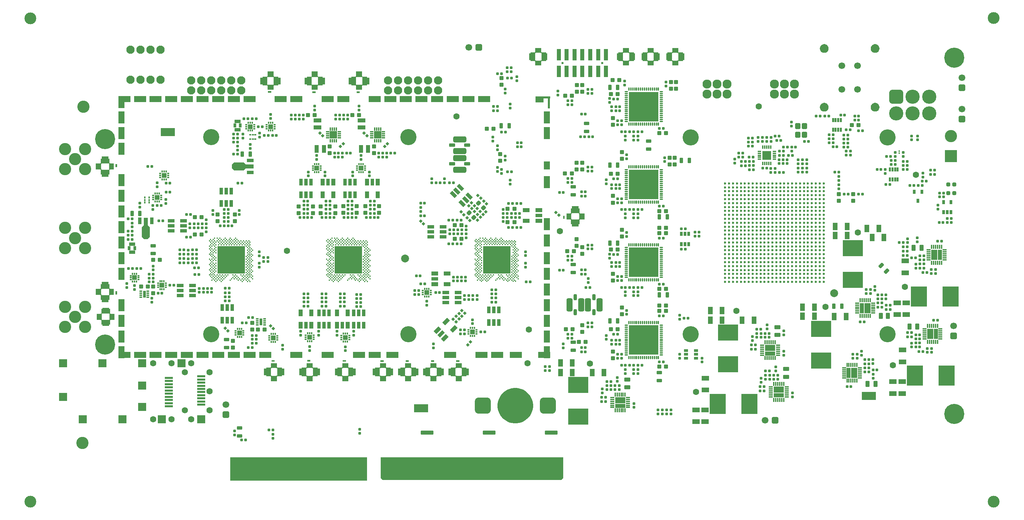
<source format=gts>
G04*
G04 #@! TF.GenerationSoftware,Altium Limited,Altium Designer,19.1.6 (110)*
G04*
G04 Layer_Color=8388736*
%FSLAX44Y44*%
%MOMM*%
G71*
G01*
G75*
%ADD35C,0.3500*%
%ADD47R,1.2000X1.2000*%
%ADD52R,1.2000X1.2000*%
%ADD63C,1.6000*%
%ADD112R,7.0000X7.0000*%
%ADD113R,34.8000X5.9750*%
%ADD114R,0.8500X0.4000*%
%ADD115R,0.4000X0.8500*%
%ADD116R,1.8500X1.8500*%
G04:AMPARAMS|DCode=117|XSize=0.7mm|YSize=0.7mm|CornerRadius=0.11mm|HoleSize=0mm|Usage=FLASHONLY|Rotation=270.000|XOffset=0mm|YOffset=0mm|HoleType=Round|Shape=RoundedRectangle|*
%AMROUNDEDRECTD117*
21,1,0.7000,0.4800,0,0,270.0*
21,1,0.4800,0.7000,0,0,270.0*
1,1,0.2200,-0.2400,-0.2400*
1,1,0.2200,-0.2400,0.2400*
1,1,0.2200,0.2400,0.2400*
1,1,0.2200,0.2400,-0.2400*
%
%ADD117ROUNDEDRECTD117*%
G04:AMPARAMS|DCode=118|XSize=0.6mm|YSize=0.7mm|CornerRadius=0.1mm|HoleSize=0mm|Usage=FLASHONLY|Rotation=180.000|XOffset=0mm|YOffset=0mm|HoleType=Round|Shape=RoundedRectangle|*
%AMROUNDEDRECTD118*
21,1,0.6000,0.5000,0,0,180.0*
21,1,0.4000,0.7000,0,0,180.0*
1,1,0.2000,-0.2000,0.2500*
1,1,0.2000,0.2000,0.2500*
1,1,0.2000,0.2000,-0.2500*
1,1,0.2000,-0.2000,-0.2500*
%
%ADD118ROUNDEDRECTD118*%
G04:AMPARAMS|DCode=119|XSize=0.6mm|YSize=0.7mm|CornerRadius=0.1mm|HoleSize=0mm|Usage=FLASHONLY|Rotation=135.000|XOffset=0mm|YOffset=0mm|HoleType=Round|Shape=RoundedRectangle|*
%AMROUNDEDRECTD119*
21,1,0.6000,0.5000,0,0,135.0*
21,1,0.4000,0.7000,0,0,135.0*
1,1,0.2000,0.0354,0.3182*
1,1,0.2000,0.3182,0.0354*
1,1,0.2000,-0.0354,-0.3182*
1,1,0.2000,-0.3182,-0.0354*
%
%ADD119ROUNDEDRECTD119*%
G04:AMPARAMS|DCode=120|XSize=0.55mm|YSize=0.9mm|CornerRadius=0.1063mm|HoleSize=0mm|Usage=FLASHONLY|Rotation=270.000|XOffset=0mm|YOffset=0mm|HoleType=Round|Shape=RoundedRectangle|*
%AMROUNDEDRECTD120*
21,1,0.5500,0.6875,0,0,270.0*
21,1,0.3375,0.9000,0,0,270.0*
1,1,0.2125,-0.3438,-0.1688*
1,1,0.2125,-0.3438,0.1688*
1,1,0.2125,0.3438,0.1688*
1,1,0.2125,0.3438,-0.1688*
%
%ADD120ROUNDEDRECTD120*%
G04:AMPARAMS|DCode=121|XSize=0.6mm|YSize=0.7mm|CornerRadius=0.1mm|HoleSize=0mm|Usage=FLASHONLY|Rotation=225.000|XOffset=0mm|YOffset=0mm|HoleType=Round|Shape=RoundedRectangle|*
%AMROUNDEDRECTD121*
21,1,0.6000,0.5000,0,0,225.0*
21,1,0.4000,0.7000,0,0,225.0*
1,1,0.2000,-0.3182,0.0354*
1,1,0.2000,-0.0354,0.3182*
1,1,0.2000,0.3182,-0.0354*
1,1,0.2000,0.0354,-0.3182*
%
%ADD121ROUNDEDRECTD121*%
G04:AMPARAMS|DCode=122|XSize=0.55mm|YSize=0.9mm|CornerRadius=0.1063mm|HoleSize=0mm|Usage=FLASHONLY|Rotation=0.000|XOffset=0mm|YOffset=0mm|HoleType=Round|Shape=RoundedRectangle|*
%AMROUNDEDRECTD122*
21,1,0.5500,0.6875,0,0,0.0*
21,1,0.3375,0.9000,0,0,0.0*
1,1,0.2125,0.1688,-0.3438*
1,1,0.2125,-0.1688,-0.3438*
1,1,0.2125,-0.1688,0.3438*
1,1,0.2125,0.1688,0.3438*
%
%ADD122ROUNDEDRECTD122*%
G04:AMPARAMS|DCode=123|XSize=1.1mm|YSize=1mm|CornerRadius=0.1625mm|HoleSize=0mm|Usage=FLASHONLY|Rotation=90.000|XOffset=0mm|YOffset=0mm|HoleType=Round|Shape=RoundedRectangle|*
%AMROUNDEDRECTD123*
21,1,1.1000,0.6750,0,0,90.0*
21,1,0.7750,1.0000,0,0,90.0*
1,1,0.3250,0.3375,0.3875*
1,1,0.3250,0.3375,-0.3875*
1,1,0.3250,-0.3375,-0.3875*
1,1,0.3250,-0.3375,0.3875*
%
%ADD123ROUNDEDRECTD123*%
G04:AMPARAMS|DCode=124|XSize=0.6mm|YSize=0.7mm|CornerRadius=0.1mm|HoleSize=0mm|Usage=FLASHONLY|Rotation=90.000|XOffset=0mm|YOffset=0mm|HoleType=Round|Shape=RoundedRectangle|*
%AMROUNDEDRECTD124*
21,1,0.6000,0.5000,0,0,90.0*
21,1,0.4000,0.7000,0,0,90.0*
1,1,0.2000,0.2500,0.2000*
1,1,0.2000,0.2500,-0.2000*
1,1,0.2000,-0.2500,-0.2000*
1,1,0.2000,-0.2500,0.2000*
%
%ADD124ROUNDEDRECTD124*%
G04:AMPARAMS|DCode=125|XSize=0.7mm|YSize=0.7mm|CornerRadius=0.11mm|HoleSize=0mm|Usage=FLASHONLY|Rotation=0.000|XOffset=0mm|YOffset=0mm|HoleType=Round|Shape=RoundedRectangle|*
%AMROUNDEDRECTD125*
21,1,0.7000,0.4800,0,0,0.0*
21,1,0.4800,0.7000,0,0,0.0*
1,1,0.2200,0.2400,-0.2400*
1,1,0.2200,-0.2400,-0.2400*
1,1,0.2200,-0.2400,0.2400*
1,1,0.2200,0.2400,0.2400*
%
%ADD125ROUNDEDRECTD125*%
G04:AMPARAMS|DCode=126|XSize=1.1mm|YSize=1mm|CornerRadius=0.1625mm|HoleSize=0mm|Usage=FLASHONLY|Rotation=0.000|XOffset=0mm|YOffset=0mm|HoleType=Round|Shape=RoundedRectangle|*
%AMROUNDEDRECTD126*
21,1,1.1000,0.6750,0,0,0.0*
21,1,0.7750,1.0000,0,0,0.0*
1,1,0.3250,0.3875,-0.3375*
1,1,0.3250,-0.3875,-0.3375*
1,1,0.3250,-0.3875,0.3375*
1,1,0.3250,0.3875,0.3375*
%
%ADD126ROUNDEDRECTD126*%
G04:AMPARAMS|DCode=127|XSize=1.4mm|YSize=0.9mm|CornerRadius=0.15mm|HoleSize=0mm|Usage=FLASHONLY|Rotation=180.000|XOffset=0mm|YOffset=0mm|HoleType=Round|Shape=RoundedRectangle|*
%AMROUNDEDRECTD127*
21,1,1.4000,0.6000,0,0,180.0*
21,1,1.1000,0.9000,0,0,180.0*
1,1,0.3000,-0.5500,0.3000*
1,1,0.3000,0.5500,0.3000*
1,1,0.3000,0.5500,-0.3000*
1,1,0.3000,-0.5500,-0.3000*
%
%ADD127ROUNDEDRECTD127*%
G04:AMPARAMS|DCode=128|XSize=4.3mm|YSize=4.3mm|CornerRadius=1.1mm|HoleSize=0mm|Usage=FLASHONLY|Rotation=90.000|XOffset=0mm|YOffset=0mm|HoleType=Round|Shape=RoundedRectangle|*
%AMROUNDEDRECTD128*
21,1,4.3000,2.1000,0,0,90.0*
21,1,2.1000,4.3000,0,0,90.0*
1,1,2.2000,1.0500,1.0500*
1,1,2.2000,1.0500,-1.0500*
1,1,2.2000,-1.0500,-1.0500*
1,1,2.2000,-1.0500,1.0500*
%
%ADD128ROUNDEDRECTD128*%
G04:AMPARAMS|DCode=129|XSize=4.1mm|YSize=4.1mm|CornerRadius=1.05mm|HoleSize=0mm|Usage=FLASHONLY|Rotation=90.000|XOffset=0mm|YOffset=0mm|HoleType=Round|Shape=RoundedRectangle|*
%AMROUNDEDRECTD129*
21,1,4.1000,2.0000,0,0,90.0*
21,1,2.0000,4.1000,0,0,90.0*
1,1,2.1000,1.0000,1.0000*
1,1,2.1000,1.0000,-1.0000*
1,1,2.1000,-1.0000,-1.0000*
1,1,2.1000,-1.0000,1.0000*
%
%ADD129ROUNDEDRECTD129*%
%ADD130R,1.1000X2.8500*%
G04:AMPARAMS|DCode=131|XSize=1.4mm|YSize=0.9mm|CornerRadius=0.15mm|HoleSize=0mm|Usage=FLASHONLY|Rotation=270.000|XOffset=0mm|YOffset=0mm|HoleType=Round|Shape=RoundedRectangle|*
%AMROUNDEDRECTD131*
21,1,1.4000,0.6000,0,0,270.0*
21,1,1.1000,0.9000,0,0,270.0*
1,1,0.3000,-0.3000,-0.5500*
1,1,0.3000,-0.3000,0.5500*
1,1,0.3000,0.3000,0.5500*
1,1,0.3000,0.3000,-0.5500*
%
%ADD131ROUNDEDRECTD131*%
%ADD132R,1.7500X1.0000*%
%ADD133R,1.7500X0.8600*%
%ADD134R,3.6000X2.0000*%
%ADD135R,1.1000X1.6500*%
%ADD136R,1.7000X1.3000*%
%ADD137R,1.3000X1.6500*%
%ADD138R,1.3000X1.3000*%
%ADD139R,2.2500X1.3000*%
%ADD140R,1.6500X1.1000*%
%ADD141R,1.3000X1.7000*%
%ADD142R,1.6500X1.3000*%
%ADD143R,1.3000X1.3000*%
%ADD144R,1.3000X2.2500*%
%ADD145C,2.0000*%
G04:AMPARAMS|DCode=146|XSize=1.5mm|YSize=1.3mm|CornerRadius=0.2mm|HoleSize=0mm|Usage=FLASHONLY|Rotation=270.000|XOffset=0mm|YOffset=0mm|HoleType=Round|Shape=RoundedRectangle|*
%AMROUNDEDRECTD146*
21,1,1.5000,0.9000,0,0,270.0*
21,1,1.1000,1.3000,0,0,270.0*
1,1,0.4000,-0.4500,-0.5500*
1,1,0.4000,-0.4500,0.5500*
1,1,0.4000,0.4500,0.5500*
1,1,0.4000,0.4500,-0.5500*
%
%ADD146ROUNDEDRECTD146*%
G04:AMPARAMS|DCode=147|XSize=1mm|YSize=1.75mm|CornerRadius=0mm|HoleSize=0mm|Usage=FLASHONLY|Rotation=315.000|XOffset=0mm|YOffset=0mm|HoleType=Round|Shape=Rectangle|*
%AMROTATEDRECTD147*
4,1,4,-0.9723,-0.2652,0.2652,0.9723,0.9723,0.2652,-0.2652,-0.9723,-0.9723,-0.2652,0.0*
%
%ADD147ROTATEDRECTD147*%

G04:AMPARAMS|DCode=148|XSize=0.86mm|YSize=1.75mm|CornerRadius=0mm|HoleSize=0mm|Usage=FLASHONLY|Rotation=315.000|XOffset=0mm|YOffset=0mm|HoleType=Round|Shape=Rectangle|*
%AMROTATEDRECTD148*
4,1,4,-0.9228,-0.3147,0.3147,0.9228,0.9228,0.3147,-0.3147,-0.9228,-0.9228,-0.3147,0.0*
%
%ADD148ROTATEDRECTD148*%

G04:AMPARAMS|DCode=149|XSize=0.7mm|YSize=0.7mm|CornerRadius=0.11mm|HoleSize=0mm|Usage=FLASHONLY|Rotation=225.000|XOffset=0mm|YOffset=0mm|HoleType=Round|Shape=RoundedRectangle|*
%AMROUNDEDRECTD149*
21,1,0.7000,0.4800,0,0,225.0*
21,1,0.4800,0.7000,0,0,225.0*
1,1,0.2200,-0.3394,0.0000*
1,1,0.2200,0.0000,0.3394*
1,1,0.2200,0.3394,0.0000*
1,1,0.2200,0.0000,-0.3394*
%
%ADD149ROUNDEDRECTD149*%
G04:AMPARAMS|DCode=150|XSize=1mm|YSize=1mm|CornerRadius=0.1625mm|HoleSize=0mm|Usage=FLASHONLY|Rotation=90.000|XOffset=0mm|YOffset=0mm|HoleType=Round|Shape=RoundedRectangle|*
%AMROUNDEDRECTD150*
21,1,1.0000,0.6750,0,0,90.0*
21,1,0.6750,1.0000,0,0,90.0*
1,1,0.3250,0.3375,0.3375*
1,1,0.3250,0.3375,-0.3375*
1,1,0.3250,-0.3375,-0.3375*
1,1,0.3250,-0.3375,0.3375*
%
%ADD150ROUNDEDRECTD150*%
%ADD151R,0.8600X1.7500*%
%ADD152R,1.0000X1.7500*%
G04:AMPARAMS|DCode=153|XSize=0.7mm|YSize=1.1mm|CornerRadius=0.125mm|HoleSize=0mm|Usage=FLASHONLY|Rotation=0.000|XOffset=0mm|YOffset=0mm|HoleType=Round|Shape=RoundedRectangle|*
%AMROUNDEDRECTD153*
21,1,0.7000,0.8500,0,0,0.0*
21,1,0.4500,1.1000,0,0,0.0*
1,1,0.2500,0.2250,-0.4250*
1,1,0.2500,-0.2250,-0.4250*
1,1,0.2500,-0.2250,0.4250*
1,1,0.2500,0.2250,0.4250*
%
%ADD153ROUNDEDRECTD153*%
%ADD154R,0.5000X1.1000*%
%ADD155C,1.7000*%
%ADD156R,2.1000X0.6000*%
%ADD157R,3.1000X1.6000*%
%ADD158R,1.6000X3.1000*%
%ADD159R,1.6000X2.1000*%
%ADD160R,2.1000X0.6000*%
%ADD161R,0.4100X0.4000*%
G04:AMPARAMS|DCode=162|XSize=1.6mm|YSize=0.81mm|CornerRadius=0.2275mm|HoleSize=0mm|Usage=FLASHONLY|Rotation=180.000|XOffset=0mm|YOffset=0mm|HoleType=Round|Shape=RoundedRectangle|*
%AMROUNDEDRECTD162*
21,1,1.6000,0.3550,0,0,180.0*
21,1,1.1450,0.8100,0,0,180.0*
1,1,0.4550,-0.5725,0.1775*
1,1,0.4550,0.5725,0.1775*
1,1,0.4550,0.5725,-0.1775*
1,1,0.4550,-0.5725,-0.1775*
%
%ADD162ROUNDEDRECTD162*%
G04:AMPARAMS|DCode=163|XSize=3.35mm|YSize=1.6mm|CornerRadius=0.425mm|HoleSize=0mm|Usage=FLASHONLY|Rotation=180.000|XOffset=0mm|YOffset=0mm|HoleType=Round|Shape=RoundedRectangle|*
%AMROUNDEDRECTD163*
21,1,3.3500,0.7500,0,0,180.0*
21,1,2.5000,1.6000,0,0,180.0*
1,1,0.8500,-1.2500,0.3750*
1,1,0.8500,1.2500,0.3750*
1,1,0.8500,1.2500,-0.3750*
1,1,0.8500,-1.2500,-0.3750*
%
%ADD163ROUNDEDRECTD163*%
%ADD164R,0.4500X0.5500*%
%ADD165R,0.5500X0.4500*%
%ADD166R,0.4000X0.4100*%
%ADD167R,0.7000X1.0000*%
%ADD168R,1.6000X0.8500*%
%ADD169R,1.7000X0.8112*%
%ADD170R,2.1000X1.0144*%
G04:AMPARAMS|DCode=171|XSize=2.1mm|YSize=3.5mm|CornerRadius=0mm|HoleSize=0mm|Usage=FLASHONLY|Rotation=270.000|XOffset=0mm|YOffset=0mm|HoleType=Round|Shape=Octagon|*
%AMOCTAGOND171*
4,1,8,1.7500,0.5250,1.7500,-0.5250,1.2250,-1.0500,-1.2250,-1.0500,-1.7500,-0.5250,-1.7500,0.5250,-1.2250,1.0500,1.2250,1.0500,1.7500,0.5250,0.0*
%
%ADD171OCTAGOND171*%

%ADD172R,0.8000X0.4000*%
%ADD173R,0.8000X1.7000*%
%ADD174R,0.8112X1.7000*%
%ADD175R,1.0144X2.1000*%
G04:AMPARAMS|DCode=176|XSize=2.1mm|YSize=3.5mm|CornerRadius=0mm|HoleSize=0mm|Usage=FLASHONLY|Rotation=0.000|XOffset=0mm|YOffset=0mm|HoleType=Round|Shape=Octagon|*
%AMOCTAGOND176*
4,1,8,-0.5250,1.7500,0.5250,1.7500,1.0500,1.2250,1.0500,-1.2250,0.5250,-1.7500,-0.5250,-1.7500,-1.0500,-1.2250,-1.0500,1.2250,-0.5250,1.7500,0.0*
%
%ADD176OCTAGOND176*%

G04:AMPARAMS|DCode=177|XSize=1.4mm|YSize=0.9mm|CornerRadius=0.15mm|HoleSize=0mm|Usage=FLASHONLY|Rotation=225.000|XOffset=0mm|YOffset=0mm|HoleType=Round|Shape=RoundedRectangle|*
%AMROUNDEDRECTD177*
21,1,1.4000,0.6000,0,0,225.0*
21,1,1.1000,0.9000,0,0,225.0*
1,1,0.3000,-0.6010,-0.1768*
1,1,0.3000,0.1768,0.6010*
1,1,0.3000,0.6010,0.1768*
1,1,0.3000,-0.1768,-0.6010*
%
%ADD177ROUNDEDRECTD177*%
G04:AMPARAMS|DCode=178|XSize=1.9mm|YSize=1.25mm|CornerRadius=0.1938mm|HoleSize=0mm|Usage=FLASHONLY|Rotation=90.000|XOffset=0mm|YOffset=0mm|HoleType=Round|Shape=RoundedRectangle|*
%AMROUNDEDRECTD178*
21,1,1.9000,0.8625,0,0,90.0*
21,1,1.5125,1.2500,0,0,90.0*
1,1,0.3875,0.4313,0.7563*
1,1,0.3875,0.4313,-0.7563*
1,1,0.3875,-0.4313,-0.7563*
1,1,0.3875,-0.4313,0.7563*
%
%ADD178ROUNDEDRECTD178*%
G04:AMPARAMS|DCode=179|XSize=1.9mm|YSize=1.25mm|CornerRadius=0.1938mm|HoleSize=0mm|Usage=FLASHONLY|Rotation=180.000|XOffset=0mm|YOffset=0mm|HoleType=Round|Shape=RoundedRectangle|*
%AMROUNDEDRECTD179*
21,1,1.9000,0.8625,0,0,180.0*
21,1,1.5125,1.2500,0,0,180.0*
1,1,0.3875,-0.7563,0.4313*
1,1,0.3875,0.7563,0.4313*
1,1,0.3875,0.7563,-0.4313*
1,1,0.3875,-0.7563,-0.4313*
%
%ADD179ROUNDEDRECTD179*%
G04:AMPARAMS|DCode=180|XSize=1.5mm|YSize=1.1mm|CornerRadius=0.175mm|HoleSize=0mm|Usage=FLASHONLY|Rotation=270.000|XOffset=0mm|YOffset=0mm|HoleType=Round|Shape=RoundedRectangle|*
%AMROUNDEDRECTD180*
21,1,1.5000,0.7500,0,0,270.0*
21,1,1.1500,1.1000,0,0,270.0*
1,1,0.3500,-0.3750,-0.5750*
1,1,0.3500,-0.3750,0.5750*
1,1,0.3500,0.3750,0.5750*
1,1,0.3500,0.3750,-0.5750*
%
%ADD180ROUNDEDRECTD180*%
G04:AMPARAMS|DCode=181|XSize=1.5mm|YSize=1.1mm|CornerRadius=0.175mm|HoleSize=0mm|Usage=FLASHONLY|Rotation=0.000|XOffset=0mm|YOffset=0mm|HoleType=Round|Shape=RoundedRectangle|*
%AMROUNDEDRECTD181*
21,1,1.5000,0.7500,0,0,0.0*
21,1,1.1500,1.1000,0,0,0.0*
1,1,0.3500,0.5750,-0.3750*
1,1,0.3500,-0.5750,-0.3750*
1,1,0.3500,-0.5750,0.3750*
1,1,0.3500,0.5750,0.3750*
%
%ADD181ROUNDEDRECTD181*%
%ADD182R,5.1000X4.1000*%
%ADD183R,4.1000X5.1000*%
%ADD184C,3.0000*%
%ADD185R,0.4000X0.9500*%
%ADD186R,0.9500X0.4000*%
%ADD187R,2.2000X2.2000*%
%ADD188R,0.6000X3.1000*%
%ADD189R,2.1000X1.6000*%
%ADD190O,0.3400X0.8500*%
%ADD191O,0.8500X0.3400*%
%ADD192R,7.5000X7.5000*%
G04:AMPARAMS|DCode=193|XSize=0.7mm|YSize=1.1mm|CornerRadius=0.125mm|HoleSize=0mm|Usage=FLASHONLY|Rotation=90.000|XOffset=0mm|YOffset=0mm|HoleType=Round|Shape=RoundedRectangle|*
%AMROUNDEDRECTD193*
21,1,0.7000,0.8500,0,0,90.0*
21,1,0.4500,1.1000,0,0,90.0*
1,1,0.2500,0.4250,0.2250*
1,1,0.2500,0.4250,-0.2250*
1,1,0.2500,-0.4250,-0.2250*
1,1,0.2500,-0.4250,0.2250*
%
%ADD193ROUNDEDRECTD193*%
%ADD194R,0.4500X0.4000*%
%ADD195C,0.6000*%
%ADD196R,0.8000X4.3000*%
%ADD197R,0.8000X3.3000*%
G04:AMPARAMS|DCode=198|XSize=0.7mm|YSize=0.7mm|CornerRadius=0.11mm|HoleSize=0mm|Usage=FLASHONLY|Rotation=315.000|XOffset=0mm|YOffset=0mm|HoleType=Round|Shape=RoundedRectangle|*
%AMROUNDEDRECTD198*
21,1,0.7000,0.4800,0,0,315.0*
21,1,0.4800,0.7000,0,0,315.0*
1,1,0.2200,0.0000,-0.3394*
1,1,0.2200,-0.3394,0.0000*
1,1,0.2200,0.0000,0.3394*
1,1,0.2200,0.3394,0.0000*
%
%ADD198ROUNDEDRECTD198*%
G04:AMPARAMS|DCode=199|XSize=1.1mm|YSize=1mm|CornerRadius=0.1625mm|HoleSize=0mm|Usage=FLASHONLY|Rotation=225.000|XOffset=0mm|YOffset=0mm|HoleType=Round|Shape=RoundedRectangle|*
%AMROUNDEDRECTD199*
21,1,1.1000,0.6750,0,0,225.0*
21,1,0.7750,1.0000,0,0,225.0*
1,1,0.3250,-0.5127,-0.0354*
1,1,0.3250,0.0354,0.5127*
1,1,0.3250,0.5127,0.0354*
1,1,0.3250,-0.0354,-0.5127*
%
%ADD199ROUNDEDRECTD199*%
G04:AMPARAMS|DCode=200|XSize=0.86mm|YSize=1.75mm|CornerRadius=0mm|HoleSize=0mm|Usage=FLASHONLY|Rotation=225.000|XOffset=0mm|YOffset=0mm|HoleType=Round|Shape=Rectangle|*
%AMROTATEDRECTD200*
4,1,4,-0.3147,0.9228,0.9228,-0.3147,0.3147,-0.9228,-0.9228,0.3147,-0.3147,0.9228,0.0*
%
%ADD200ROTATEDRECTD200*%

G04:AMPARAMS|DCode=201|XSize=0.35mm|YSize=0.575mm|CornerRadius=0.1125mm|HoleSize=0mm|Usage=FLASHONLY|Rotation=0.000|XOffset=0mm|YOffset=0mm|HoleType=Round|Shape=RoundedRectangle|*
%AMROUNDEDRECTD201*
21,1,0.3500,0.3500,0,0,0.0*
21,1,0.1250,0.5750,0,0,0.0*
1,1,0.2250,0.0625,-0.1750*
1,1,0.2250,-0.0625,-0.1750*
1,1,0.2250,-0.0625,0.1750*
1,1,0.2250,0.0625,0.1750*
%
%ADD201ROUNDEDRECTD201*%
G04:AMPARAMS|DCode=202|XSize=0.35mm|YSize=0.575mm|CornerRadius=0.1125mm|HoleSize=0mm|Usage=FLASHONLY|Rotation=270.000|XOffset=0mm|YOffset=0mm|HoleType=Round|Shape=RoundedRectangle|*
%AMROUNDEDRECTD202*
21,1,0.3500,0.3500,0,0,270.0*
21,1,0.1250,0.5750,0,0,270.0*
1,1,0.2250,-0.1750,-0.0625*
1,1,0.2250,-0.1750,0.0625*
1,1,0.2250,0.1750,0.0625*
1,1,0.2250,0.1750,-0.0625*
%
%ADD202ROUNDEDRECTD202*%
G04:AMPARAMS|DCode=203|XSize=0.35mm|YSize=1.1mm|CornerRadius=0.1125mm|HoleSize=0mm|Usage=FLASHONLY|Rotation=0.000|XOffset=0mm|YOffset=0mm|HoleType=Round|Shape=RoundedRectangle|*
%AMROUNDEDRECTD203*
21,1,0.3500,0.8750,0,0,0.0*
21,1,0.1250,1.1000,0,0,0.0*
1,1,0.2250,0.0625,-0.4375*
1,1,0.2250,-0.0625,-0.4375*
1,1,0.2250,-0.0625,0.4375*
1,1,0.2250,0.0625,0.4375*
%
%ADD203ROUNDEDRECTD203*%
G04:AMPARAMS|DCode=204|XSize=0.35mm|YSize=1.1mm|CornerRadius=0.1125mm|HoleSize=0mm|Usage=FLASHONLY|Rotation=270.000|XOffset=0mm|YOffset=0mm|HoleType=Round|Shape=RoundedRectangle|*
%AMROUNDEDRECTD204*
21,1,0.3500,0.8750,0,0,270.0*
21,1,0.1250,1.1000,0,0,270.0*
1,1,0.2250,-0.4375,-0.0625*
1,1,0.2250,-0.4375,0.0625*
1,1,0.2250,0.4375,0.0625*
1,1,0.2250,0.4375,-0.0625*
%
%ADD204ROUNDEDRECTD204*%
%ADD205R,1.5000X2.6500*%
%ADD206R,1.0000X2.6500*%
%ADD207R,2.6500X1.5000*%
%ADD208R,2.6500X1.0000*%
G04:AMPARAMS|DCode=209|XSize=3.35mm|YSize=1.6mm|CornerRadius=0.425mm|HoleSize=0mm|Usage=FLASHONLY|Rotation=90.000|XOffset=0mm|YOffset=0mm|HoleType=Round|Shape=RoundedRectangle|*
%AMROUNDEDRECTD209*
21,1,3.3500,0.7500,0,0,90.0*
21,1,2.5000,1.6000,0,0,90.0*
1,1,0.8500,0.3750,1.2500*
1,1,0.8500,0.3750,-1.2500*
1,1,0.8500,-0.3750,-1.2500*
1,1,0.8500,-0.3750,1.2500*
%
%ADD209ROUNDEDRECTD209*%
G04:AMPARAMS|DCode=210|XSize=1.6mm|YSize=0.81mm|CornerRadius=0.2275mm|HoleSize=0mm|Usage=FLASHONLY|Rotation=90.000|XOffset=0mm|YOffset=0mm|HoleType=Round|Shape=RoundedRectangle|*
%AMROUNDEDRECTD210*
21,1,1.6000,0.3550,0,0,90.0*
21,1,1.1450,0.8100,0,0,90.0*
1,1,0.4550,0.1775,0.5725*
1,1,0.4550,0.1775,-0.5725*
1,1,0.4550,-0.1775,-0.5725*
1,1,0.4550,-0.1775,0.5725*
%
%ADD210ROUNDEDRECTD210*%
G04:AMPARAMS|DCode=211|XSize=1.1mm|YSize=3.3mm|CornerRadius=0.3mm|HoleSize=0mm|Usage=FLASHONLY|Rotation=270.000|XOffset=0mm|YOffset=0mm|HoleType=Round|Shape=RoundedRectangle|*
%AMROUNDEDRECTD211*
21,1,1.1000,2.7000,0,0,270.0*
21,1,0.5000,3.3000,0,0,270.0*
1,1,0.6000,-1.3500,-0.2500*
1,1,0.6000,-1.3500,0.2500*
1,1,0.6000,1.3500,0.2500*
1,1,0.6000,1.3500,-0.2500*
%
%ADD211ROUNDEDRECTD211*%
%ADD212C,3.1000*%
G04:AMPARAMS|DCode=213|XSize=1.624mm|YSize=1.624mm|CornerRadius=0.2405mm|HoleSize=0mm|Usage=FLASHONLY|Rotation=270.000|XOffset=0mm|YOffset=0mm|HoleType=Round|Shape=RoundedRectangle|*
%AMROUNDEDRECTD213*
21,1,1.6240,1.1430,0,0,270.0*
21,1,1.1430,1.6240,0,0,270.0*
1,1,0.4810,-0.5715,-0.5715*
1,1,0.4810,-0.5715,0.5715*
1,1,0.4810,0.5715,0.5715*
1,1,0.4810,0.5715,-0.5715*
%
%ADD213ROUNDEDRECTD213*%
G04:AMPARAMS|DCode=214|XSize=1.624mm|YSize=1.624mm|CornerRadius=0.2405mm|HoleSize=0mm|Usage=FLASHONLY|Rotation=180.000|XOffset=0mm|YOffset=0mm|HoleType=Round|Shape=RoundedRectangle|*
%AMROUNDEDRECTD214*
21,1,1.6240,1.1430,0,0,180.0*
21,1,1.1430,1.6240,0,0,180.0*
1,1,0.4810,-0.5715,0.5715*
1,1,0.4810,0.5715,0.5715*
1,1,0.4810,0.5715,-0.5715*
1,1,0.4810,-0.5715,-0.5715*
%
%ADD214ROUNDEDRECTD214*%
%ADD215C,1.5600*%
%ADD216C,2.1000*%
%ADD217C,4.1000*%
%ADD218R,2.1000X2.1000*%
%ADD219C,2.3000*%
%ADD220C,5.1000*%
%ADD221R,3.1000X3.1000*%
G04:AMPARAMS|DCode=222|XSize=3.6mm|YSize=3.6mm|CornerRadius=0.925mm|HoleSize=0mm|Usage=FLASHONLY|Rotation=180.000|XOffset=0mm|YOffset=0mm|HoleType=Round|Shape=RoundedRectangle|*
%AMROUNDEDRECTD222*
21,1,3.6000,1.7500,0,0,180.0*
21,1,1.7500,3.6000,0,0,180.0*
1,1,1.8500,-0.8750,0.8750*
1,1,1.8500,0.8750,0.8750*
1,1,1.8500,0.8750,-0.8750*
1,1,1.8500,-0.8750,-0.8750*
%
%ADD222ROUNDEDRECTD222*%
%ADD223C,3.6000*%
G36*
X2087458Y1105577D02*
X2089460Y1104748D01*
X2091262Y1103544D01*
X2092794Y1102012D01*
X2093998Y1100210D01*
X2094827Y1098208D01*
X2095250Y1096083D01*
Y1095000D01*
Y1093916D01*
X2094827Y1091791D01*
X2093998Y1089789D01*
X2092794Y1087988D01*
X2091262Y1086456D01*
X2089460Y1085252D01*
X2087458Y1084423D01*
X2085333Y1084000D01*
X2083166D01*
X2081041Y1084423D01*
X2079039Y1085252D01*
X2077238Y1086456D01*
X2075706Y1087988D01*
X2074502Y1089789D01*
X2073672Y1091791D01*
X2073250Y1093916D01*
Y1095000D01*
Y1096083D01*
X2073672Y1098208D01*
X2074502Y1100210D01*
X2075706Y1102012D01*
X2077238Y1103544D01*
X2079039Y1104748D01*
X2081041Y1105577D01*
X2083166Y1106000D01*
X2085333D01*
X2087458Y1105577D01*
D02*
G37*
G36*
X1958458D02*
X1960460Y1104748D01*
X1962262Y1103544D01*
X1963794Y1102012D01*
X1964998Y1100210D01*
X1965827Y1098208D01*
X1966250Y1096083D01*
Y1095000D01*
Y1093916D01*
X1965827Y1091791D01*
X1964998Y1089789D01*
X1963794Y1087988D01*
X1962262Y1086456D01*
X1960460Y1085252D01*
X1958458Y1084423D01*
X1956333Y1084000D01*
X1955250D01*
Y1095000D01*
X1955250Y1084000D01*
X1955250Y1084000D01*
X1954166D01*
X1952041Y1084423D01*
X1950039Y1085252D01*
X1948238Y1086456D01*
X1946705Y1087988D01*
X1945502Y1089789D01*
X1944673Y1091791D01*
X1944250Y1093916D01*
Y1095000D01*
Y1096083D01*
X1944673Y1098208D01*
X1945502Y1100210D01*
X1946705Y1102012D01*
X1948238Y1103544D01*
X1950039Y1104748D01*
X1952041Y1105577D01*
X1954166Y1106000D01*
X1956333D01*
X1958458Y1105577D01*
D02*
G37*
G36*
X1522833Y1083750D02*
X1520333D01*
X1520333Y1086250D01*
X1522833D01*
Y1083750D01*
D02*
G37*
G36*
X1508833Y1083750D02*
X1506333D01*
Y1086250D01*
X1508833D01*
Y1083750D01*
D02*
G37*
G36*
X1460417D02*
X1457917D01*
Y1086250D01*
X1460417D01*
Y1083750D01*
D02*
G37*
G36*
X1237750D02*
X1235250D01*
Y1086250D01*
X1237750D01*
Y1083750D01*
D02*
G37*
G36*
X1585250Y1083750D02*
X1582750D01*
Y1086250D01*
X1585250D01*
Y1083750D01*
D02*
G37*
G36*
X1446417D02*
X1443917D01*
Y1086250D01*
X1446417D01*
Y1083750D01*
D02*
G37*
G36*
X1223750D02*
X1221250D01*
Y1086250D01*
X1223750D01*
Y1083750D01*
D02*
G37*
G36*
X1571250Y1083750D02*
X1568750D01*
Y1086250D01*
X1571250D01*
Y1083750D01*
D02*
G37*
G36*
X1522833Y1062250D02*
X1520333D01*
Y1064750D01*
X1522833D01*
Y1062250D01*
D02*
G37*
G36*
X1508833D02*
X1506333D01*
Y1064750D01*
X1508833D01*
Y1062250D01*
D02*
G37*
G36*
X1460417D02*
X1457917D01*
Y1064750D01*
X1460417D01*
Y1062250D01*
D02*
G37*
G36*
X1446417D02*
X1443917D01*
Y1064750D01*
X1446417D01*
Y1062250D01*
D02*
G37*
G36*
X1237750D02*
X1235250D01*
Y1064750D01*
X1237750D01*
Y1062250D01*
D02*
G37*
G36*
X1223750D02*
X1221250D01*
Y1064750D01*
X1223750D01*
Y1062250D01*
D02*
G37*
G36*
X1571250Y1062250D02*
X1568750D01*
X1568750Y1064750D01*
X1571250Y1064750D01*
Y1062250D01*
D02*
G37*
G36*
X1585250Y1062250D02*
X1582750D01*
Y1064750D01*
X1585250D01*
Y1062250D01*
D02*
G37*
G36*
X670725Y1022292D02*
X668225D01*
Y1024792D01*
X670725D01*
Y1022292D01*
D02*
G37*
G36*
X656725Y1022292D02*
X654225D01*
Y1024792D01*
X656725D01*
Y1022292D01*
D02*
G37*
G36*
X558465D02*
X555965D01*
Y1024792D01*
X558465D01*
Y1022292D01*
D02*
G37*
G36*
X544464Y1022292D02*
X541964D01*
Y1024792D01*
X544464D01*
Y1022292D01*
D02*
G37*
G36*
X782985Y1022292D02*
X780485D01*
Y1024792D01*
X782985D01*
Y1022292D01*
D02*
G37*
G36*
X768985Y1022292D02*
X766485D01*
Y1024792D01*
X768985D01*
Y1022292D01*
D02*
G37*
G36*
X670725Y1000792D02*
X668225D01*
Y1003292D01*
X670725D01*
Y1000792D01*
D02*
G37*
G36*
X656725D02*
X654225D01*
Y1003292D01*
X656725D01*
Y1000792D01*
D02*
G37*
G36*
X558465Y1000792D02*
X555965D01*
Y1003292D01*
X558465D01*
Y1000792D01*
D02*
G37*
G36*
X544464D02*
X541964D01*
Y1003292D01*
X544464D01*
Y1000792D01*
D02*
G37*
G36*
X782985Y1000792D02*
X780485D01*
Y1003292D01*
X782985D01*
Y1000792D01*
D02*
G37*
G36*
X768985D02*
X766485D01*
Y1003292D01*
X768985D01*
Y1000792D01*
D02*
G37*
G36*
X551964Y983042D02*
X543965D01*
Y987042D01*
X551964D01*
Y983042D01*
D02*
G37*
G36*
X776485Y982292D02*
X768485D01*
Y986292D01*
X776485D01*
Y982292D01*
D02*
G37*
G36*
X664225D02*
X656225D01*
Y986292D01*
X664225D01*
Y982292D01*
D02*
G37*
G36*
X2087458Y956577D02*
X2089460Y955748D01*
X2091262Y954544D01*
X2092794Y953012D01*
X2093998Y951210D01*
X2094827Y949209D01*
X2095250Y947083D01*
Y946000D01*
Y944917D01*
X2094827Y942791D01*
X2093998Y940789D01*
X2092794Y938988D01*
X2091262Y937456D01*
X2089460Y936252D01*
X2087458Y935423D01*
X2085333Y935000D01*
X2083166D01*
X2081041Y935423D01*
X2079039Y936252D01*
X2077238Y937456D01*
X2075706Y938988D01*
X2074502Y940789D01*
X2073672Y942791D01*
X2073250Y944917D01*
Y946000D01*
Y947083D01*
X2073672Y949209D01*
X2074502Y951210D01*
X2075706Y953012D01*
X2077238Y954544D01*
X2079039Y955748D01*
X2081041Y956577D01*
X2083166Y957000D01*
X2085333D01*
X2087458Y956577D01*
D02*
G37*
G36*
X1958458Y956577D02*
X1960460Y955748D01*
X1962262Y954544D01*
X1963794Y953012D01*
X1964998Y951210D01*
X1965827Y949208D01*
X1966250Y947083D01*
Y946000D01*
Y944916D01*
X1965827Y942791D01*
X1964998Y940789D01*
X1963794Y938988D01*
X1962262Y937456D01*
X1960460Y936252D01*
X1958458Y935423D01*
X1956333Y935000D01*
X1954166D01*
X1952041Y935423D01*
X1950039Y936252D01*
X1948238Y937456D01*
X1946705Y938988D01*
X1945502Y940789D01*
X1944673Y942791D01*
X1944250Y944916D01*
Y946000D01*
Y947083D01*
X1944673Y949208D01*
X1945502Y951210D01*
X1946705Y953012D01*
X1948238Y954544D01*
X1950039Y955748D01*
X1952041Y956577D01*
X1954166Y957000D01*
X1956333D01*
X1958458Y956577D01*
D02*
G37*
G36*
X678689Y907770D02*
X659189D01*
Y917770D01*
X678689D01*
Y907770D01*
D02*
G37*
G36*
X791000Y907750D02*
X771500D01*
Y917750D01*
X791000D01*
Y907750D01*
D02*
G37*
G36*
X678689Y889771D02*
X659189D01*
Y899771D01*
X678689D01*
Y889771D01*
D02*
G37*
G36*
X791000Y889750D02*
X771500D01*
Y899750D01*
X791000D01*
Y889750D01*
D02*
G37*
G36*
X802750Y830250D02*
X792750D01*
Y849750D01*
X802750D01*
Y830250D01*
D02*
G37*
G36*
X784750D02*
X774750D01*
Y849750D01*
X784750D01*
Y830250D01*
D02*
G37*
G36*
X690475Y830235D02*
X680475D01*
Y849735D01*
X690475D01*
Y830235D01*
D02*
G37*
G36*
X672475D02*
X662475D01*
Y849735D01*
X672475D01*
Y830235D01*
D02*
G37*
G36*
X142708Y801225D02*
X140208D01*
Y803725D01*
X142708D01*
Y801225D01*
D02*
G37*
G36*
X121208D02*
X118708D01*
Y803725D01*
X121208D01*
Y801225D01*
D02*
G37*
G36*
X160458Y793725D02*
X156458D01*
Y801725D01*
X160458D01*
Y793725D01*
D02*
G37*
G36*
X142708Y787225D02*
X140208D01*
Y789725D01*
X142708D01*
Y787225D01*
D02*
G37*
G36*
X121208D02*
X118708D01*
Y789725D01*
X121208D01*
Y787225D01*
D02*
G37*
G36*
X1335250Y674532D02*
X1332750D01*
Y677032D01*
X1335250D01*
Y674532D01*
D02*
G37*
G36*
X1313750D02*
X1311250D01*
Y677032D01*
X1313750D01*
Y674532D01*
D02*
G37*
G36*
X1296647Y662533D02*
X1292647D01*
Y670532D01*
X1296647D01*
Y662533D01*
D02*
G37*
G36*
X1335250Y660532D02*
X1332750D01*
Y663032D01*
X1335250D01*
Y660532D01*
D02*
G37*
G36*
X1313750D02*
X1311250D01*
Y663032D01*
X1313750D01*
Y660532D01*
D02*
G37*
G36*
X142708Y482910D02*
X140208D01*
Y485410D01*
X142708D01*
Y482910D01*
D02*
G37*
G36*
X121208D02*
X118708D01*
Y485410D01*
X121208D01*
Y482910D01*
D02*
G37*
G36*
X160458Y470910D02*
X156458Y470910D01*
Y478910D01*
X160458D01*
Y470910D01*
D02*
G37*
G36*
X142708Y468910D02*
X140208D01*
Y471410D01*
X142708D01*
Y468910D01*
D02*
G37*
G36*
X121208D02*
X118708D01*
Y471410D01*
X121208D01*
Y468910D01*
D02*
G37*
G36*
X143685Y419750D02*
X141185D01*
Y422250D01*
X143685D01*
Y419750D01*
D02*
G37*
G36*
X122185D02*
X119685D01*
Y422250D01*
X122185D01*
Y419750D01*
D02*
G37*
G36*
X143685Y405750D02*
X141185D01*
Y408250D01*
X143685D01*
Y405750D01*
D02*
G37*
G36*
X122185D02*
X119685D01*
Y408250D01*
X122185D01*
Y405750D01*
D02*
G37*
G36*
X651150Y300708D02*
X643150D01*
Y304708D01*
X651150D01*
Y300708D01*
D02*
G37*
G36*
X560675Y299958D02*
X552675D01*
Y303958D01*
X560675D01*
Y299958D01*
D02*
G37*
G36*
X741625Y299956D02*
X733625D01*
Y303956D01*
X741625D01*
Y299956D01*
D02*
G37*
G36*
X1029250Y299750D02*
X1021250D01*
Y303750D01*
X1029250D01*
Y299750D01*
D02*
G37*
G36*
X965250D02*
X957250D01*
Y303750D01*
X965250Y303750D01*
Y299750D01*
D02*
G37*
G36*
X901250Y303750D02*
Y299750D01*
X893250D01*
Y303750D01*
X901250Y303750D01*
D02*
G37*
G36*
X837250Y299750D02*
X829250D01*
Y303750D01*
X837250D01*
Y299750D01*
D02*
G37*
G36*
X657650Y283708D02*
X655150D01*
Y286208D01*
X657650D01*
Y283708D01*
D02*
G37*
G36*
X643650D02*
X641150D01*
Y286208D01*
X643650D01*
Y283708D01*
D02*
G37*
G36*
X567175Y283708D02*
X564675D01*
Y286208D01*
X567175D01*
Y283708D01*
D02*
G37*
G36*
X553175D02*
X550675D01*
Y286208D01*
X553175D01*
Y283708D01*
D02*
G37*
G36*
X748125Y283706D02*
X745625D01*
Y286206D01*
X748125D01*
Y283706D01*
D02*
G37*
G36*
X734125D02*
X731625D01*
Y286206D01*
X734125D01*
Y283706D01*
D02*
G37*
G36*
X971750Y283500D02*
X969250D01*
Y286000D01*
X971750D01*
Y283500D01*
D02*
G37*
G36*
X957750D02*
X955250D01*
Y286000D01*
X957750D01*
Y283500D01*
D02*
G37*
G36*
X1035750Y283500D02*
X1033250D01*
Y286000D01*
X1035750D01*
Y283500D01*
D02*
G37*
G36*
X1021750D02*
X1019250D01*
Y286000D01*
X1021750D01*
Y283500D01*
D02*
G37*
G36*
X907750D02*
X905250D01*
Y286000D01*
X907750D01*
Y283500D01*
D02*
G37*
G36*
X893750D02*
X891250D01*
Y286000D01*
X893750D01*
Y283500D01*
D02*
G37*
G36*
X843750Y283500D02*
X841250D01*
Y286000D01*
X843750D01*
Y283500D01*
D02*
G37*
G36*
X829750D02*
X827250D01*
Y286000D01*
X829750D01*
Y283500D01*
D02*
G37*
G36*
X657650Y262208D02*
X655150D01*
Y264708D01*
X657650D01*
Y262208D01*
D02*
G37*
G36*
X643650Y262208D02*
X641150D01*
Y264708D01*
X643650D01*
Y262208D01*
D02*
G37*
G36*
X567175D02*
X564675D01*
Y264708D01*
X567175D01*
Y262208D01*
D02*
G37*
G36*
X553175Y262208D02*
X550675D01*
Y264708D01*
X553175D01*
Y262208D01*
D02*
G37*
G36*
X748125Y262206D02*
X745625D01*
Y264706D01*
X748125D01*
Y262206D01*
D02*
G37*
G36*
X734125Y262206D02*
X731625D01*
Y264706D01*
X734125D01*
Y262206D01*
D02*
G37*
G36*
X971750Y262000D02*
X969250D01*
Y264500D01*
X971750D01*
Y262000D01*
D02*
G37*
G36*
X1035750Y262000D02*
X1033250D01*
Y264500D01*
X1035750D01*
Y262000D01*
D02*
G37*
G36*
X957750D02*
X955250D01*
Y264500D01*
X957750D01*
Y262000D01*
D02*
G37*
G36*
X907750D02*
X905250D01*
Y264500D01*
X907750D01*
Y262000D01*
D02*
G37*
G36*
X1021750Y262000D02*
X1019250D01*
Y264500D01*
X1021750D01*
Y262000D01*
D02*
G37*
G36*
X893750D02*
X891250D01*
Y264500D01*
X893750D01*
Y262000D01*
D02*
G37*
G36*
X843750D02*
X841250D01*
Y264500D01*
X843750D01*
Y262000D01*
D02*
G37*
G36*
X829750Y262000D02*
X827250D01*
Y264500D01*
X829750D01*
Y262000D01*
D02*
G37*
G36*
X1180048Y232730D02*
X1185746Y231203D01*
X1191196Y228946D01*
X1196305Y225996D01*
X1200984Y222405D01*
X1205156Y218234D01*
X1208747Y213554D01*
X1211696Y208446D01*
X1213954Y202996D01*
X1215480Y197298D01*
X1216250Y191450D01*
X1216250Y188500D01*
X1216250Y185550D01*
X1215480Y179702D01*
X1213954Y174004D01*
X1211696Y168554D01*
X1208747Y163445D01*
X1205156Y158765D01*
X1200984Y154594D01*
X1196304Y151003D01*
X1191196Y148054D01*
X1185746Y145796D01*
X1180048Y144270D01*
X1174200Y143500D01*
X1171250Y143500D01*
X1171250Y143500D01*
X1168301Y143500D01*
X1162452Y144270D01*
X1156754Y145797D01*
X1151304Y148054D01*
X1146196Y151004D01*
X1141516Y154595D01*
X1137345Y158766D01*
X1133754Y163446D01*
X1130804Y168554D01*
X1128547Y174004D01*
X1127020Y179702D01*
X1126250Y185551D01*
X1126250Y188500D01*
X1126250Y188500D01*
Y191450D01*
X1127020Y197298D01*
X1128547Y202996D01*
X1130804Y208446D01*
X1133754Y213554D01*
X1137345Y218234D01*
X1141516Y222405D01*
X1146196Y225996D01*
X1151304Y228946D01*
X1156754Y231203D01*
X1162452Y232730D01*
X1168301Y233500D01*
X1171250D01*
X1174200Y233500D01*
X1180048Y232730D01*
D02*
G37*
G36*
X1293000Y57251D02*
X1293001Y5001D01*
X1288000Y0D01*
X1175501Y0D01*
Y28625D01*
X1175501Y-0D01*
X834501Y-1D01*
X829500Y5000D01*
X829500Y57250D01*
X1175501Y57250D01*
Y57251D01*
X1293000Y57251D01*
D02*
G37*
%LPC*%
G36*
X1944250Y946000D02*
X1944250Y946000D01*
X1955250D01*
X1944250Y946000D01*
D02*
G37*
%LPD*%
D35*
X1135550Y613901D02*
D03*
X1122230D02*
D03*
X1108910D02*
D03*
X1095590D02*
D03*
X1088930D02*
D03*
X1098920Y610571D02*
D03*
X1105580D02*
D03*
X1112240D02*
D03*
X1118900D02*
D03*
X1125560D02*
D03*
X1132220D02*
D03*
X1138880D02*
D03*
X1092260D02*
D03*
X1082270Y613900D02*
D03*
X1088930Y607241D02*
D03*
X1148870D02*
D03*
X1142210D02*
D03*
X1135550D02*
D03*
X1128890D02*
D03*
X1122230D02*
D03*
X1115570D02*
D03*
X1108910D02*
D03*
X1102250D02*
D03*
X1095590D02*
D03*
X1145540Y603911D02*
D03*
X1138880D02*
D03*
X1132220D02*
D03*
X1125560D02*
D03*
X1118900D02*
D03*
X1112240D02*
D03*
X1105580D02*
D03*
X1098920D02*
D03*
X1092260D02*
D03*
X1102250Y600581D02*
D03*
X1095590D02*
D03*
X1108910D02*
D03*
X1115570D02*
D03*
X1122230D02*
D03*
X1128890D02*
D03*
X1135550D02*
D03*
X1142210D02*
D03*
X1148870D02*
D03*
X1072280Y597251D02*
D03*
X1078940D02*
D03*
X1085600D02*
D03*
X1092260D02*
D03*
X1098920D02*
D03*
X1105580D02*
D03*
X1112240D02*
D03*
X1118900D02*
D03*
X1125560D02*
D03*
X1132220D02*
D03*
X1138880D02*
D03*
X1145540D02*
D03*
X1152200D02*
D03*
X1172180Y603911D02*
D03*
X1168850Y607241D02*
D03*
X1172180Y597251D02*
D03*
X1168850Y600581D02*
D03*
X1165520Y603911D02*
D03*
X1162190Y607241D02*
D03*
X1155530Y600581D02*
D03*
X1152200Y603911D02*
D03*
X1158860D02*
D03*
X1155530Y607241D02*
D03*
X1162190Y600581D02*
D03*
X1165520Y597251D02*
D03*
X1168850Y593921D02*
D03*
X1175510Y587261D02*
D03*
X1172180Y590591D02*
D03*
X1178841Y583931D02*
D03*
X1158860Y597251D02*
D03*
X1162190Y593921D02*
D03*
X1165520Y590591D02*
D03*
X1172180Y583931D02*
D03*
X1168850Y587261D02*
D03*
X1175511Y580601D02*
D03*
X1165520Y583931D02*
D03*
X1168850Y580601D02*
D03*
X1175510Y573941D02*
D03*
X1172180Y577271D02*
D03*
X1178841Y570611D02*
D03*
X1165520Y577271D02*
D03*
X1168850Y573941D02*
D03*
X1175510Y567281D02*
D03*
X1172180Y570611D02*
D03*
X1165520Y570611D02*
D03*
X1168850Y567281D02*
D03*
X1175510Y560620D02*
D03*
X1172180Y563951D02*
D03*
X1178841Y557290D02*
D03*
X1162190Y567281D02*
D03*
X1165520Y563951D02*
D03*
X1168850Y560620D02*
D03*
X1175510Y553960D02*
D03*
X1172180Y557290D02*
D03*
X1162190Y560620D02*
D03*
X1165520Y557290D02*
D03*
X1168850Y553960D02*
D03*
X1175510Y547300D02*
D03*
X1172180Y550630D02*
D03*
X1178841Y543970D02*
D03*
X1162190Y553960D02*
D03*
X1165520Y550630D02*
D03*
X1168850Y547300D02*
D03*
X1175510Y540640D02*
D03*
X1172180Y543970D02*
D03*
X1162190Y547300D02*
D03*
X1165520Y543970D02*
D03*
X1168850Y540640D02*
D03*
X1175510Y533980D02*
D03*
X1172180Y537310D02*
D03*
X1178841Y530650D02*
D03*
X1162190Y540640D02*
D03*
X1165520Y537310D02*
D03*
X1168850Y533980D02*
D03*
X1175510Y527320D02*
D03*
X1172180Y530650D02*
D03*
X1162190Y533980D02*
D03*
X1165520Y530650D02*
D03*
X1168850Y527320D02*
D03*
X1175510Y520660D02*
D03*
X1172180Y523990D02*
D03*
X1178841Y517330D02*
D03*
X1162190Y527320D02*
D03*
X1165520Y523990D02*
D03*
X1168850Y520660D02*
D03*
X1175510Y514000D02*
D03*
X1172180Y517330D02*
D03*
X1178841Y510670D02*
D03*
X1162190Y520660D02*
D03*
X1165520Y517330D02*
D03*
X1168850Y514000D02*
D03*
X1155530Y520660D02*
D03*
X1158860Y517330D02*
D03*
X1162190Y514000D02*
D03*
X1168850Y507340D02*
D03*
X1165520Y510670D02*
D03*
X1172180Y504010D02*
D03*
X1165520D02*
D03*
X1158860Y510670D02*
D03*
X1162190Y507340D02*
D03*
X1155530Y514000D02*
D03*
X1152200Y517330D02*
D03*
X1148870Y520660D02*
D03*
X1152200Y510670D02*
D03*
X1155530Y507340D02*
D03*
X1152200Y504010D02*
D03*
X1148870Y507340D02*
D03*
X1132220Y510670D02*
D03*
X1145540D02*
D03*
X1142210Y507340D02*
D03*
Y514000D02*
D03*
X1138880Y510670D02*
D03*
X1135550Y514000D02*
D03*
X1138880Y517330D02*
D03*
X1122230Y507340D02*
D03*
X1125560Y510670D02*
D03*
X1128890Y514000D02*
D03*
X1132220Y517330D02*
D03*
X1135550Y520660D02*
D03*
X1128890D02*
D03*
X1075610Y507340D02*
D03*
X1082270Y607240D02*
D03*
X1085600Y603910D02*
D03*
X1078940Y610570D02*
D03*
X1072280D02*
D03*
X1082270Y600580D02*
D03*
X1075610Y607240D02*
D03*
X1078940Y603910D02*
D03*
X1072280D02*
D03*
X1068950Y607240D02*
D03*
X1082270Y593920D02*
D03*
X1085600Y590590D02*
D03*
X1075610Y600580D02*
D03*
X1082270Y587260D02*
D03*
X1085600Y583930D02*
D03*
X1075610Y593920D02*
D03*
X1072280Y590590D02*
D03*
X1068950Y593920D02*
D03*
X1082270Y580600D02*
D03*
X1085600Y577270D02*
D03*
X1075610Y587260D02*
D03*
X1078940Y583930D02*
D03*
X1072280D02*
D03*
X1068950Y587260D02*
D03*
X1075610Y580600D02*
D03*
X1078940Y577270D02*
D03*
X1072280D02*
D03*
X1082270Y567280D02*
D03*
X1085600Y563950D02*
D03*
X1075610Y573940D02*
D03*
X1078940Y570610D02*
D03*
X1072280D02*
D03*
X1068950Y573940D02*
D03*
X1082270Y560620D02*
D03*
X1085600Y557290D02*
D03*
X1075610Y567280D02*
D03*
X1078940Y563950D02*
D03*
Y557290D02*
D03*
X1075610Y560620D02*
D03*
X1085600Y550630D02*
D03*
X1078940D02*
D03*
X1075610Y553960D02*
D03*
X1085600Y543970D02*
D03*
X1082270Y547300D02*
D03*
X1068950Y560620D02*
D03*
X1072280Y557290D02*
D03*
X1082270Y540640D02*
D03*
X1078940Y543970D02*
D03*
X1085600Y537310D02*
D03*
X1072280Y550630D02*
D03*
X1075610Y547300D02*
D03*
X1072280Y543970D02*
D03*
X1068950Y547300D02*
D03*
X1115570Y520660D02*
D03*
X1112240Y517330D02*
D03*
X1108910Y520660D02*
D03*
X1102250D02*
D03*
X1108910Y514000D02*
D03*
X1105580Y517330D02*
D03*
X1102250Y514000D02*
D03*
X1105580Y510670D02*
D03*
X1095590Y520660D02*
D03*
X1098920Y517330D02*
D03*
X1082270Y533980D02*
D03*
X1085600Y530650D02*
D03*
X1075610Y540640D02*
D03*
X1078940Y537310D02*
D03*
X1072280Y530650D02*
D03*
X1068950Y533980D02*
D03*
X1075610D02*
D03*
X1072280Y537310D02*
D03*
X1095590Y507340D02*
D03*
X1098920Y504010D02*
D03*
Y510670D02*
D03*
X1102250Y507340D02*
D03*
X1082270Y527320D02*
D03*
X1078940Y530650D02*
D03*
X1088930Y520660D02*
D03*
X1095590Y514000D02*
D03*
X1092260Y517330D02*
D03*
X1075610Y527320D02*
D03*
X1078940Y523990D02*
D03*
X1085600Y517330D02*
D03*
X1082270Y520660D02*
D03*
X1092260Y510670D02*
D03*
X1088930Y514000D02*
D03*
X1085600Y510670D02*
D03*
X1088930Y507340D02*
D03*
X1078940Y517330D02*
D03*
X1082270Y514000D02*
D03*
X1075610Y520660D02*
D03*
X1072280Y523990D02*
D03*
X1068950Y520660D02*
D03*
X1072280Y517330D02*
D03*
X1075610Y514000D02*
D03*
X1078940Y510670D02*
D03*
X1082270Y507340D02*
D03*
X1085600Y504010D02*
D03*
X461610Y613336D02*
D03*
X448290D02*
D03*
X434970D02*
D03*
X421650D02*
D03*
X414990D02*
D03*
X424980Y610006D02*
D03*
X431640D02*
D03*
X438300D02*
D03*
X444960D02*
D03*
X451620D02*
D03*
X458280D02*
D03*
X464940D02*
D03*
X418320D02*
D03*
X408330Y613336D02*
D03*
X414990Y606676D02*
D03*
X474930D02*
D03*
X468270D02*
D03*
X461610D02*
D03*
X454950D02*
D03*
X448290D02*
D03*
X441630D02*
D03*
X434970D02*
D03*
X428310D02*
D03*
X421650D02*
D03*
X471600Y603346D02*
D03*
X464940D02*
D03*
X458280D02*
D03*
X451620D02*
D03*
X444960D02*
D03*
X438300D02*
D03*
X431640D02*
D03*
X424980D02*
D03*
X418320D02*
D03*
X428310Y600016D02*
D03*
X421650D02*
D03*
X434970D02*
D03*
X441630D02*
D03*
X448290D02*
D03*
X454950D02*
D03*
X461610D02*
D03*
X468270D02*
D03*
X474930D02*
D03*
X398340Y596686D02*
D03*
X405000D02*
D03*
X411660D02*
D03*
X418320D02*
D03*
X424980D02*
D03*
X431640D02*
D03*
X438300D02*
D03*
X444960D02*
D03*
X451620D02*
D03*
X458280D02*
D03*
X464940D02*
D03*
X471600D02*
D03*
X478260D02*
D03*
X498240Y603346D02*
D03*
X494910Y606676D02*
D03*
X498240Y596686D02*
D03*
X494910Y600016D02*
D03*
X491580Y603346D02*
D03*
X488250Y606676D02*
D03*
X481590Y600016D02*
D03*
X478260Y603346D02*
D03*
X484920D02*
D03*
X481590Y606676D02*
D03*
X488250Y600016D02*
D03*
X491580Y596686D02*
D03*
X494910Y593356D02*
D03*
X501571Y586696D02*
D03*
X498240Y590026D02*
D03*
X504901Y583366D02*
D03*
X484920Y596686D02*
D03*
X488250Y593356D02*
D03*
X491580Y590026D02*
D03*
X498241Y583366D02*
D03*
X494910Y586696D02*
D03*
X501571Y580036D02*
D03*
X491580Y583366D02*
D03*
X494910Y580036D02*
D03*
X501571Y573376D02*
D03*
X498240Y576706D02*
D03*
X504901Y570046D02*
D03*
X491580Y576706D02*
D03*
X494910Y573376D02*
D03*
X501571Y566716D02*
D03*
X498240Y570046D02*
D03*
X491580Y570046D02*
D03*
X494910Y566716D02*
D03*
X501571Y560056D02*
D03*
X498240Y563386D02*
D03*
X504901Y556726D02*
D03*
X488250Y566716D02*
D03*
X491580Y563386D02*
D03*
X494910Y560056D02*
D03*
X501571Y553396D02*
D03*
X498240Y556726D02*
D03*
X488250Y560056D02*
D03*
X491580Y556726D02*
D03*
X494910Y553396D02*
D03*
X501571Y546736D02*
D03*
X498240Y550066D02*
D03*
X504901Y543406D02*
D03*
X488250Y553396D02*
D03*
X491580Y550066D02*
D03*
X494910Y546736D02*
D03*
X501571Y540076D02*
D03*
X498240Y543406D02*
D03*
X488250Y546736D02*
D03*
X491580Y543405D02*
D03*
X494910Y540076D02*
D03*
X501571Y533415D02*
D03*
X498240Y536745D02*
D03*
X504901Y530085D02*
D03*
X488250Y540075D02*
D03*
X491580Y536745D02*
D03*
X494910Y533415D02*
D03*
X501571Y526755D02*
D03*
X498240Y530085D02*
D03*
X488250Y533415D02*
D03*
X491580Y530085D02*
D03*
X494910Y526755D02*
D03*
X501571Y520095D02*
D03*
X498240Y523425D02*
D03*
X504901Y516765D02*
D03*
X488250Y526755D02*
D03*
X491580Y523425D02*
D03*
X494910Y520095D02*
D03*
X501571Y513435D02*
D03*
X498240Y516765D02*
D03*
X504901Y510105D02*
D03*
X488250Y520095D02*
D03*
X491580Y516765D02*
D03*
X494910Y513435D02*
D03*
X481590Y520095D02*
D03*
X484920Y516765D02*
D03*
X488250Y513435D02*
D03*
X494910Y506775D02*
D03*
X491580Y510105D02*
D03*
X498241Y503445D02*
D03*
X491580D02*
D03*
X484920Y510105D02*
D03*
X488250Y506775D02*
D03*
X481590Y513435D02*
D03*
X478260Y516765D02*
D03*
X474930Y520095D02*
D03*
X478260Y510105D02*
D03*
X481590Y506775D02*
D03*
X478260Y503445D02*
D03*
X474930Y506775D02*
D03*
X458280Y510105D02*
D03*
X471600D02*
D03*
X468270Y506775D02*
D03*
Y513435D02*
D03*
X464940Y510105D02*
D03*
X461610Y513435D02*
D03*
X464940Y516765D02*
D03*
X448290Y506775D02*
D03*
X451620Y510105D02*
D03*
X454950Y513435D02*
D03*
X458280Y516765D02*
D03*
X461610Y520095D02*
D03*
X454950D02*
D03*
X401670Y506775D02*
D03*
X408330Y606676D02*
D03*
X411660Y603346D02*
D03*
X405000Y610006D02*
D03*
X398340D02*
D03*
X408330Y600016D02*
D03*
X401670Y606676D02*
D03*
X405000Y603346D02*
D03*
X398340D02*
D03*
X395010Y606676D02*
D03*
X408330Y593356D02*
D03*
X411660Y590026D02*
D03*
X401670Y600016D02*
D03*
X408330Y586696D02*
D03*
X411660Y583366D02*
D03*
X401670Y593356D02*
D03*
X398340Y590026D02*
D03*
X395010Y593356D02*
D03*
X408330Y580036D02*
D03*
X411660Y576706D02*
D03*
X401670Y586696D02*
D03*
X405000Y583366D02*
D03*
X398340D02*
D03*
X395010Y586696D02*
D03*
X401670Y580036D02*
D03*
X405000Y576706D02*
D03*
X398340D02*
D03*
X408330Y566716D02*
D03*
X411660Y563386D02*
D03*
X401670Y573376D02*
D03*
X405000Y570046D02*
D03*
X398340D02*
D03*
X395010Y573376D02*
D03*
X408330Y560056D02*
D03*
X411660Y556726D02*
D03*
X401670Y566716D02*
D03*
X405000Y563386D02*
D03*
Y556726D02*
D03*
X401670Y560056D02*
D03*
X411660Y550065D02*
D03*
X405000D02*
D03*
X401670Y553396D02*
D03*
X411660Y543405D02*
D03*
X408330Y546735D02*
D03*
X395010Y560056D02*
D03*
X398340Y556726D02*
D03*
X408330Y540075D02*
D03*
X405000Y543405D02*
D03*
X411660Y536745D02*
D03*
X398340Y550065D02*
D03*
X401670Y546735D02*
D03*
X398340Y543405D02*
D03*
X395010Y546735D02*
D03*
X441630Y520095D02*
D03*
X438300Y516765D02*
D03*
X434970Y520095D02*
D03*
X428310D02*
D03*
X434970Y513435D02*
D03*
X431640Y516765D02*
D03*
X428310Y513435D02*
D03*
X431640Y510105D02*
D03*
X421650Y520095D02*
D03*
X424980Y516765D02*
D03*
X408330Y533415D02*
D03*
X411660Y530085D02*
D03*
X401670Y540075D02*
D03*
X405000Y536745D02*
D03*
X398340Y530085D02*
D03*
X395010Y533415D02*
D03*
X401670D02*
D03*
X398340Y536745D02*
D03*
X421650Y506775D02*
D03*
X424980Y503445D02*
D03*
Y510105D02*
D03*
X428310Y506775D02*
D03*
X408330Y526755D02*
D03*
X405000Y530085D02*
D03*
X414990Y520095D02*
D03*
X421650Y513435D02*
D03*
X418320Y516765D02*
D03*
X401670Y526755D02*
D03*
X405000Y523425D02*
D03*
X411660Y516765D02*
D03*
X408330Y520095D02*
D03*
X418320Y510105D02*
D03*
X414990Y513435D02*
D03*
X411660Y510105D02*
D03*
X414990Y506775D02*
D03*
X405000Y516765D02*
D03*
X408330Y513435D02*
D03*
X401670Y520095D02*
D03*
X398340Y523425D02*
D03*
X395010Y520095D02*
D03*
X398340Y516765D02*
D03*
X401670Y513435D02*
D03*
X405000Y510105D02*
D03*
X408330Y506775D02*
D03*
X411660Y503445D02*
D03*
X759110Y613336D02*
D03*
X745790D02*
D03*
X732470D02*
D03*
X719150D02*
D03*
X712490D02*
D03*
X722480Y610006D02*
D03*
X729140D02*
D03*
X735800D02*
D03*
X742460D02*
D03*
X749120D02*
D03*
X755780D02*
D03*
X762440D02*
D03*
X715820D02*
D03*
X705830Y613336D02*
D03*
X712490Y606676D02*
D03*
X772430D02*
D03*
X765770D02*
D03*
X759110D02*
D03*
X752450D02*
D03*
X745790D02*
D03*
X739130D02*
D03*
X732470D02*
D03*
X725810D02*
D03*
X719150D02*
D03*
X769100Y603346D02*
D03*
X762440D02*
D03*
X755780D02*
D03*
X749120D02*
D03*
X742460D02*
D03*
X735800D02*
D03*
X729140D02*
D03*
X722480D02*
D03*
X715820D02*
D03*
X725810Y600016D02*
D03*
X719150D02*
D03*
X732470D02*
D03*
X739130D02*
D03*
X745790D02*
D03*
X752450D02*
D03*
X759110D02*
D03*
X765770D02*
D03*
X772430D02*
D03*
X695840Y596686D02*
D03*
X702500D02*
D03*
X709160D02*
D03*
X715820D02*
D03*
X722480D02*
D03*
X729140D02*
D03*
X735800D02*
D03*
X742460D02*
D03*
X749120D02*
D03*
X755780D02*
D03*
X762440D02*
D03*
X769100D02*
D03*
X775760D02*
D03*
X795741Y603346D02*
D03*
X792411Y606676D02*
D03*
X795741Y596686D02*
D03*
X792411Y600016D02*
D03*
X789080Y603346D02*
D03*
X785750Y606676D02*
D03*
X779090Y600016D02*
D03*
X775760Y603346D02*
D03*
X782420D02*
D03*
X779090Y606676D02*
D03*
X785750Y600016D02*
D03*
X789080Y596686D02*
D03*
X792411Y593356D02*
D03*
X799071Y586696D02*
D03*
X795741Y590026D02*
D03*
X802401Y583366D02*
D03*
X782420Y596686D02*
D03*
X785750Y593356D02*
D03*
X789080Y590026D02*
D03*
X795741Y583366D02*
D03*
X792411Y586696D02*
D03*
X799071Y580036D02*
D03*
X789080Y583366D02*
D03*
X792411Y580036D02*
D03*
X799071Y573376D02*
D03*
X795741Y576706D02*
D03*
X802401Y570046D02*
D03*
X789080Y576706D02*
D03*
X792411Y573376D02*
D03*
X799071Y566716D02*
D03*
X795741Y570046D02*
D03*
X789080Y570046D02*
D03*
X792411Y566716D02*
D03*
X799071Y560056D02*
D03*
X795741Y563386D02*
D03*
X802401Y556726D02*
D03*
X785750Y566716D02*
D03*
X789080Y563386D02*
D03*
X792411Y560056D02*
D03*
X799071Y553396D02*
D03*
X795741Y556726D02*
D03*
X785750Y560056D02*
D03*
X789080Y556726D02*
D03*
X792411Y553396D02*
D03*
X799071Y546736D02*
D03*
X795741Y550066D02*
D03*
X802401Y543406D02*
D03*
X785750Y553396D02*
D03*
X789080Y550066D02*
D03*
X792411Y546736D02*
D03*
X799071Y540075D02*
D03*
X795741Y543405D02*
D03*
X785750Y546735D02*
D03*
X789080Y543405D02*
D03*
X792411Y540075D02*
D03*
X799071Y533415D02*
D03*
X795741Y536745D02*
D03*
X802401Y530085D02*
D03*
X785750Y540075D02*
D03*
X789080Y536745D02*
D03*
X792411Y533415D02*
D03*
X799071Y526755D02*
D03*
X795741Y530085D02*
D03*
X785750Y533415D02*
D03*
X789080Y530085D02*
D03*
X792411Y526755D02*
D03*
X799071Y520095D02*
D03*
X795741Y523425D02*
D03*
X802401Y516765D02*
D03*
X785750Y526755D02*
D03*
X789080Y523425D02*
D03*
X792411Y520095D02*
D03*
X799071Y513435D02*
D03*
X795741Y516765D02*
D03*
X802401Y510105D02*
D03*
X785750Y520095D02*
D03*
X789080Y516765D02*
D03*
X792411Y513435D02*
D03*
X779090Y520095D02*
D03*
X782420Y516765D02*
D03*
X785750Y513435D02*
D03*
X792411Y506775D02*
D03*
X789080Y510105D02*
D03*
X795741Y503445D02*
D03*
X789080D02*
D03*
X782420Y510105D02*
D03*
X785750Y506775D02*
D03*
X779090Y513435D02*
D03*
X775760Y516765D02*
D03*
X772430Y520095D02*
D03*
X775760Y510105D02*
D03*
X779090Y506775D02*
D03*
X775760Y503445D02*
D03*
X772430Y506775D02*
D03*
X755780Y510105D02*
D03*
X769100D02*
D03*
X765770Y506775D02*
D03*
Y513435D02*
D03*
X762440Y510105D02*
D03*
X759110Y513435D02*
D03*
X762440Y516765D02*
D03*
X745790Y506775D02*
D03*
X749120Y510105D02*
D03*
X752450Y513435D02*
D03*
X755780Y516765D02*
D03*
X759110Y520095D02*
D03*
X752450D02*
D03*
X699170Y506775D02*
D03*
X705830Y606676D02*
D03*
X709160Y603346D02*
D03*
X702500Y610006D02*
D03*
X695840D02*
D03*
X705830Y600016D02*
D03*
X699170Y606676D02*
D03*
X702500Y603346D02*
D03*
X695840D02*
D03*
X692510Y606676D02*
D03*
X705830Y593356D02*
D03*
X709160Y590026D02*
D03*
X699170Y600016D02*
D03*
X705830Y586696D02*
D03*
X709160Y583366D02*
D03*
X699170Y593356D02*
D03*
X695840Y590026D02*
D03*
X692510Y593356D02*
D03*
X705830Y580036D02*
D03*
X709160Y576706D02*
D03*
X699170Y586696D02*
D03*
X702500Y583366D02*
D03*
X695840D02*
D03*
X692510Y586696D02*
D03*
X699170Y580036D02*
D03*
X702500Y576706D02*
D03*
X695840D02*
D03*
X705830Y566716D02*
D03*
X709160Y563386D02*
D03*
X699170Y573376D02*
D03*
X702500Y570046D02*
D03*
X695840D02*
D03*
X692510Y573376D02*
D03*
X705830Y560056D02*
D03*
X709160Y556726D02*
D03*
X699170Y566716D02*
D03*
X702500Y563386D02*
D03*
Y556726D02*
D03*
X699170Y560056D02*
D03*
X709160Y550065D02*
D03*
X702500D02*
D03*
X699170Y553396D02*
D03*
X709160Y543405D02*
D03*
X705830Y546735D02*
D03*
X692510Y560056D02*
D03*
X695840Y556726D02*
D03*
X705830Y540075D02*
D03*
X702500Y543405D02*
D03*
X709160Y536745D02*
D03*
X695840Y550065D02*
D03*
X699170Y546735D02*
D03*
X695840Y543405D02*
D03*
X692510Y546735D02*
D03*
X739130Y520095D02*
D03*
X735800Y516765D02*
D03*
X732470Y520095D02*
D03*
X725810D02*
D03*
X732470Y513435D02*
D03*
X729140Y516765D02*
D03*
X725810Y513435D02*
D03*
X729140Y510105D02*
D03*
X719150Y520095D02*
D03*
X722480Y516765D02*
D03*
X705830Y533415D02*
D03*
X709160Y530085D02*
D03*
X699170Y540075D02*
D03*
X702500Y536745D02*
D03*
X695840Y530085D02*
D03*
X692510Y533415D02*
D03*
X699170D02*
D03*
X695840Y536745D02*
D03*
X719150Y506775D02*
D03*
X722480Y503445D02*
D03*
Y510105D02*
D03*
X725810Y506775D02*
D03*
X705830Y526755D02*
D03*
X702500Y530085D02*
D03*
X712490Y520095D02*
D03*
X719150Y513435D02*
D03*
X715820Y516765D02*
D03*
X699170Y526755D02*
D03*
X702500Y523425D02*
D03*
X709160Y516765D02*
D03*
X705830Y520095D02*
D03*
X715820Y510105D02*
D03*
X712490Y513435D02*
D03*
X709160Y510105D02*
D03*
X712490Y506775D02*
D03*
X702500Y516765D02*
D03*
X705830Y513435D02*
D03*
X699170Y520095D02*
D03*
X695840Y523425D02*
D03*
X692510Y520095D02*
D03*
X695840Y516765D02*
D03*
X699170Y513435D02*
D03*
X702500Y510105D02*
D03*
X705830Y506775D02*
D03*
X709160Y503445D02*
D03*
D47*
X1062750Y375750D02*
D03*
X471268Y373257D02*
D03*
X274660Y494066D02*
D03*
X946396Y475370D02*
D03*
X262292Y717015D02*
D03*
D52*
X667475Y791601D02*
D03*
X739875Y361446D02*
D03*
X779735Y791601D02*
D03*
X649400Y362198D02*
D03*
X557089Y360686D02*
D03*
X205160Y513315D02*
D03*
X280042Y772894D02*
D03*
X498610Y896695D02*
D03*
X550110Y896695D02*
D03*
D63*
X2188000Y774500D02*
D03*
X1788750Y948250D02*
D03*
X1284000Y631750D02*
D03*
X1206000Y381750D02*
D03*
X1202000Y295750D02*
D03*
X592000Y581250D02*
D03*
X1022250Y923000D02*
D03*
X1732500Y428750D02*
D03*
X1629750Y223250D02*
D03*
X2160000Y489750D02*
D03*
X2040250Y628000D02*
D03*
X1958250Y439500D02*
D03*
X2129000Y290750D02*
D03*
X1361000Y295250D02*
D03*
X394990Y272910D02*
D03*
X251990Y296160D02*
D03*
X298990D02*
D03*
X348990D02*
D03*
X394990Y224910D02*
D03*
Y176910D02*
D03*
X348990Y153660D02*
D03*
X298990D02*
D03*
X251990D02*
D03*
D112*
X1124000Y559000D02*
D03*
X450060Y558435D02*
D03*
X747560D02*
D03*
D113*
X621500Y27375D02*
D03*
D114*
X807250Y883500D02*
D03*
Y878500D02*
D03*
Y873500D02*
D03*
Y868500D02*
D03*
X836750D02*
D03*
Y873500D02*
D03*
Y878500D02*
D03*
Y883500D02*
D03*
X724475Y883485D02*
D03*
Y878485D02*
D03*
Y873485D02*
D03*
Y868485D02*
D03*
X694975D02*
D03*
Y873485D02*
D03*
Y878485D02*
D03*
Y883485D02*
D03*
D115*
X814500Y861250D02*
D03*
X819500D02*
D03*
X824500D02*
D03*
X829500D02*
D03*
Y890750D02*
D03*
X824500D02*
D03*
X819500D02*
D03*
X814500D02*
D03*
X702225Y890735D02*
D03*
X707225D02*
D03*
X712225D02*
D03*
X717225D02*
D03*
Y861235D02*
D03*
X712225D02*
D03*
X707225D02*
D03*
X702225D02*
D03*
D116*
X822000Y876000D02*
D03*
X709725Y875985D02*
D03*
D117*
X2172750Y747500D02*
D03*
X2182750D02*
D03*
X2193750D02*
D03*
X2203750D02*
D03*
X2235250Y786750D02*
D03*
X2225250D02*
D03*
X2225250Y775750D02*
D03*
X2235250D02*
D03*
X855250Y829500D02*
D03*
X865250D02*
D03*
X742975Y829485D02*
D03*
X752975D02*
D03*
X320000Y550750D02*
D03*
X330000Y550750D02*
D03*
X320000Y561750D02*
D03*
X330000Y561750D02*
D03*
X352000Y550750D02*
D03*
X362000D02*
D03*
X352000Y561750D02*
D03*
X362000D02*
D03*
X367500Y538500D02*
D03*
X357500D02*
D03*
X368000Y521250D02*
D03*
X358000D02*
D03*
X352000Y583750D02*
D03*
X362000D02*
D03*
X320000Y583750D02*
D03*
X330000D02*
D03*
X352000Y572750D02*
D03*
X362000D02*
D03*
X320000Y572750D02*
D03*
X330000D02*
D03*
X1357750Y871000D02*
D03*
X1367750D02*
D03*
X1346750D02*
D03*
X1336750D02*
D03*
X1609750Y410250D02*
D03*
X1599750D02*
D03*
X2187500Y368250D02*
D03*
X2197500D02*
D03*
X1957000Y923750D02*
D03*
X1967000D02*
D03*
X1934500D02*
D03*
X1944500D02*
D03*
X1882500Y845000D02*
D03*
X1872500D02*
D03*
X813260Y666206D02*
D03*
X823260D02*
D03*
X803260D02*
D03*
X793260D02*
D03*
X644900Y440694D02*
D03*
X634900D02*
D03*
X2256770Y653770D02*
D03*
X2246770D02*
D03*
X2052500Y886500D02*
D03*
X2042500D02*
D03*
X2005000Y875500D02*
D03*
X2015000D02*
D03*
X1987500Y845500D02*
D03*
X1977500D02*
D03*
X2007000Y925680D02*
D03*
X1997000D02*
D03*
X1874750Y823750D02*
D03*
X1864750D02*
D03*
X503910Y336315D02*
D03*
X493910D02*
D03*
X1350750Y488000D02*
D03*
X1360750D02*
D03*
X1208750Y503000D02*
D03*
X1198750D02*
D03*
X2099250Y788000D02*
D03*
X2089250D02*
D03*
X272292Y696352D02*
D03*
X262292D02*
D03*
X980595Y754500D02*
D03*
X970595D02*
D03*
X931000Y670750D02*
D03*
X941000D02*
D03*
X931000Y702750D02*
D03*
X941000D02*
D03*
X504268Y412507D02*
D03*
X494268Y412507D02*
D03*
X2089000Y279250D02*
D03*
X2079000D02*
D03*
X2068000Y274000D02*
D03*
X2058000D02*
D03*
Y305250D02*
D03*
X2068000D02*
D03*
X2176500Y374250D02*
D03*
X2166500Y374250D02*
D03*
X2195477Y325728D02*
D03*
X2205477D02*
D03*
X2166500Y363250D02*
D03*
X2176500D02*
D03*
X1780761Y342545D02*
D03*
X1770761D02*
D03*
X1802750Y236500D02*
D03*
X1792750D02*
D03*
X2197500Y337250D02*
D03*
X2187500D02*
D03*
X2155750Y602250D02*
D03*
X2145750D02*
D03*
X2091500Y469750D02*
D03*
X2101500D02*
D03*
X2165750Y591250D02*
D03*
X2155750Y591250D02*
D03*
X2207750Y537750D02*
D03*
X2197750Y537750D02*
D03*
Y569000D02*
D03*
X2207750D02*
D03*
X2176750Y563750D02*
D03*
X2186750D02*
D03*
X2215591Y526227D02*
D03*
X2205591D02*
D03*
X2165750Y580250D02*
D03*
X2155750D02*
D03*
X2155750Y569250D02*
D03*
X2165750Y569250D02*
D03*
X1834860Y861400D02*
D03*
X1844860D02*
D03*
X1754860Y808150D02*
D03*
X1744860D02*
D03*
X1841500Y834500D02*
D03*
X1851500D02*
D03*
X1774860Y819150D02*
D03*
X1764860D02*
D03*
X1765360Y787150D02*
D03*
X1775360D02*
D03*
X1840500Y872500D02*
D03*
X1830500D02*
D03*
X1283250Y730000D02*
D03*
X1293250D02*
D03*
X1349000Y720000D02*
D03*
X1339000D02*
D03*
X1349000Y522500D02*
D03*
X1339000D02*
D03*
Y731000D02*
D03*
X1349000D02*
D03*
X1339000Y928500D02*
D03*
X1349000D02*
D03*
X1283250Y532500D02*
D03*
X1293250D02*
D03*
X1339000Y533500D02*
D03*
X1349000D02*
D03*
X1349000Y325250D02*
D03*
X1339000D02*
D03*
X1339000Y336000D02*
D03*
X1349000D02*
D03*
X1482750Y686250D02*
D03*
X1492750D02*
D03*
X1471750D02*
D03*
X1461750D02*
D03*
X1450750Y686250D02*
D03*
X1440750D02*
D03*
X1482750Y883750D02*
D03*
X1492750D02*
D03*
X1471750D02*
D03*
X1461750D02*
D03*
X1450750Y883750D02*
D03*
X1440750D02*
D03*
X1482750Y488750D02*
D03*
X1492750D02*
D03*
X1471750D02*
D03*
X1461750D02*
D03*
X1450750Y488750D02*
D03*
X1440750D02*
D03*
X1111570Y451096D02*
D03*
X1121570D02*
D03*
X1111570Y482522D02*
D03*
X1121570D02*
D03*
X1482750Y291250D02*
D03*
X1492750D02*
D03*
X1471750D02*
D03*
X1461750D02*
D03*
X1450750Y291250D02*
D03*
X1440750D02*
D03*
X435025Y454411D02*
D03*
X445025D02*
D03*
X435025Y486359D02*
D03*
X445025D02*
D03*
X452410Y645065D02*
D03*
X442410D02*
D03*
X422410Y645066D02*
D03*
X432410D02*
D03*
X727200Y440694D02*
D03*
X737200D02*
D03*
X1400250Y209750D02*
D03*
X1390250D02*
D03*
X2101500Y438750D02*
D03*
X2091500D02*
D03*
X2122500Y443750D02*
D03*
X2112500Y443750D02*
D03*
X2122500Y432750D02*
D03*
X2112500D02*
D03*
X2111994Y749763D02*
D03*
X2121994D02*
D03*
X2113500Y821000D02*
D03*
X2123500Y821000D02*
D03*
X1982000Y781250D02*
D03*
X1992000D02*
D03*
X2005500Y725250D02*
D03*
X2015500D02*
D03*
X2042250D02*
D03*
X2052250D02*
D03*
X556500Y127000D02*
D03*
X546500D02*
D03*
X691000Y666206D02*
D03*
X681000D02*
D03*
X701000D02*
D03*
X711000D02*
D03*
X757000D02*
D03*
X767000D02*
D03*
X747000D02*
D03*
X737000D02*
D03*
X644699D02*
D03*
X654699D02*
D03*
X634699D02*
D03*
X624699D02*
D03*
X1136500Y883000D02*
D03*
X1146500D02*
D03*
D118*
X844750Y829500D02*
D03*
Y819500D02*
D03*
X722475Y829485D02*
D03*
Y819485D02*
D03*
X725500Y925750D02*
D03*
Y915750D02*
D03*
X662475Y949051D02*
D03*
Y939051D02*
D03*
X745500Y925750D02*
D03*
Y915750D02*
D03*
X774735Y949051D02*
D03*
Y939051D02*
D03*
X403750Y684000D02*
D03*
Y674000D02*
D03*
X471071Y684000D02*
D03*
Y674000D02*
D03*
X1871650Y898100D02*
D03*
X1871650Y908100D02*
D03*
X672350Y377198D02*
D03*
Y367198D02*
D03*
X626450Y377198D02*
D03*
Y367198D02*
D03*
X1045090Y514851D02*
D03*
Y504851D02*
D03*
X758535Y771601D02*
D03*
Y781601D02*
D03*
X813260Y697206D02*
D03*
Y687206D02*
D03*
X803260Y687206D02*
D03*
Y697206D02*
D03*
X644900Y461694D02*
D03*
Y451694D02*
D03*
X634900Y461694D02*
D03*
Y451694D02*
D03*
X800935Y771601D02*
D03*
Y781601D02*
D03*
X284660Y702065D02*
D03*
Y712066D02*
D03*
X633250Y916250D02*
D03*
Y926250D02*
D03*
X712475Y819485D02*
D03*
Y829485D02*
D03*
X623250Y916250D02*
D03*
Y926250D02*
D03*
X613250Y916250D02*
D03*
Y926250D02*
D03*
X732475Y819485D02*
D03*
Y829485D02*
D03*
X963500Y335293D02*
D03*
Y345293D02*
D03*
X778700Y460194D02*
D03*
Y450194D02*
D03*
X680800Y461694D02*
D03*
Y451694D02*
D03*
X1181925Y666200D02*
D03*
Y676200D02*
D03*
X1150925Y666200D02*
D03*
Y676200D02*
D03*
X1160780Y1036029D02*
D03*
Y1046029D02*
D03*
X1150780Y1036029D02*
D03*
Y1046029D02*
D03*
X185750Y498250D02*
D03*
Y488250D02*
D03*
X550110Y917445D02*
D03*
Y927445D02*
D03*
X580910Y341565D02*
D03*
Y331566D02*
D03*
X262292Y744144D02*
D03*
Y754144D02*
D03*
X946396Y443539D02*
D03*
Y453539D02*
D03*
X205160Y493065D02*
D03*
Y483065D02*
D03*
X498610Y841195D02*
D03*
Y851195D02*
D03*
X218542Y692515D02*
D03*
Y702515D02*
D03*
X2028000Y318750D02*
D03*
Y308750D02*
D03*
X2078500Y295250D02*
D03*
Y305250D02*
D03*
X1852761Y316795D02*
D03*
Y326795D02*
D03*
X1874750Y210750D02*
D03*
Y220750D02*
D03*
X2227500Y323750D02*
D03*
Y333750D02*
D03*
X2177000Y337250D02*
D03*
Y347250D02*
D03*
X1794761Y361795D02*
D03*
Y371795D02*
D03*
X1816750Y265750D02*
D03*
Y255750D02*
D03*
X1805261Y371795D02*
D03*
Y361795D02*
D03*
X1827000Y265750D02*
D03*
Y255750D02*
D03*
X1424250Y229000D02*
D03*
X1424250Y239000D02*
D03*
X1414250Y239000D02*
D03*
Y229000D02*
D03*
X2187355Y547750D02*
D03*
Y537750D02*
D03*
X2237750Y524250D02*
D03*
X2237750Y534250D02*
D03*
X2111895Y459750D02*
D03*
Y469750D02*
D03*
X1472250Y184000D02*
D03*
Y194000D02*
D03*
X1841000Y813000D02*
D03*
Y803000D02*
D03*
X1861000D02*
D03*
Y813000D02*
D03*
X1851000Y803000D02*
D03*
Y813000D02*
D03*
X1819500Y780750D02*
D03*
Y790750D02*
D03*
X1748610Y829150D02*
D03*
Y819150D02*
D03*
X1738360D02*
D03*
Y829150D02*
D03*
X1775360Y808150D02*
D03*
Y798150D02*
D03*
X1765360Y808150D02*
D03*
Y798150D02*
D03*
X1820000Y859500D02*
D03*
X1820000Y869500D02*
D03*
X1627500Y618540D02*
D03*
X1627500Y628540D02*
D03*
X1637500Y618540D02*
D03*
Y628540D02*
D03*
X1121570Y462096D02*
D03*
Y472096D02*
D03*
X1111570Y462096D02*
D03*
Y472096D02*
D03*
X1004804Y624433D02*
D03*
Y634433D02*
D03*
X1035804D02*
D03*
Y624433D02*
D03*
X1431250Y713750D02*
D03*
Y703750D02*
D03*
X1441250Y713750D02*
D03*
Y703750D02*
D03*
X1454000Y825250D02*
D03*
Y815250D02*
D03*
X1550000Y808000D02*
D03*
Y818000D02*
D03*
X1401989Y751760D02*
D03*
Y761760D02*
D03*
X1431250Y911250D02*
D03*
Y901250D02*
D03*
X1441250Y911250D02*
D03*
Y901250D02*
D03*
X1448750Y1002250D02*
D03*
Y1012250D02*
D03*
X1553500Y1000000D02*
D03*
Y1010000D02*
D03*
X1410500Y968000D02*
D03*
Y958000D02*
D03*
X1453750Y627750D02*
D03*
Y617750D02*
D03*
X1431250Y516250D02*
D03*
Y506250D02*
D03*
X1441250Y516250D02*
D03*
Y506250D02*
D03*
X1410500Y573000D02*
D03*
Y563000D02*
D03*
X445025Y464911D02*
D03*
Y474911D02*
D03*
X435025Y464911D02*
D03*
Y474911D02*
D03*
X432410Y676065D02*
D03*
Y666066D02*
D03*
X345750Y639815D02*
D03*
Y649815D02*
D03*
X376750Y649815D02*
D03*
X376750Y639815D02*
D03*
X442410Y676065D02*
D03*
Y666066D02*
D03*
X727200Y451694D02*
D03*
Y461694D02*
D03*
X1431250Y318750D02*
D03*
Y308750D02*
D03*
X1454000Y430250D02*
D03*
Y420250D02*
D03*
X1441250Y318750D02*
D03*
Y308750D02*
D03*
X1402000Y356750D02*
D03*
Y366750D02*
D03*
X688675Y781601D02*
D03*
Y771601D02*
D03*
X646274Y781601D02*
D03*
Y771601D02*
D03*
X737200Y451694D02*
D03*
Y461694D02*
D03*
X2061500Y473250D02*
D03*
Y483250D02*
D03*
X2109744Y788000D02*
D03*
Y778000D02*
D03*
X1158280Y953718D02*
D03*
Y943718D02*
D03*
X1145531Y991969D02*
D03*
Y981969D02*
D03*
Y811841D02*
D03*
Y821841D02*
D03*
X1126030Y848220D02*
D03*
Y838220D02*
D03*
Y793220D02*
D03*
Y783220D02*
D03*
X1158280Y760969D02*
D03*
Y750969D02*
D03*
X1136000Y787750D02*
D03*
Y777750D02*
D03*
X1588335Y309220D02*
D03*
Y319220D02*
D03*
X1644750Y299250D02*
D03*
Y309250D02*
D03*
X1062750Y396500D02*
D03*
Y406500D02*
D03*
X649400Y328699D02*
D03*
Y338699D02*
D03*
X779735Y813801D02*
D03*
Y823801D02*
D03*
X739875Y327946D02*
D03*
Y337946D02*
D03*
X667475Y813801D02*
D03*
Y823801D02*
D03*
X718750Y367199D02*
D03*
Y377198D02*
D03*
X690800Y461694D02*
D03*
Y451694D02*
D03*
X768700Y460194D02*
D03*
Y450194D02*
D03*
X701000Y697206D02*
D03*
Y687206D02*
D03*
X691000D02*
D03*
Y697206D02*
D03*
X747000Y687206D02*
D03*
Y697206D02*
D03*
X757000Y687206D02*
D03*
Y697206D02*
D03*
X634699Y687206D02*
D03*
Y697206D02*
D03*
X644699Y687206D02*
D03*
Y697206D02*
D03*
X458500Y124000D02*
D03*
Y114000D02*
D03*
X761000Y377194D02*
D03*
Y367194D02*
D03*
X834750Y829500D02*
D03*
Y819500D02*
D03*
X735500Y925750D02*
D03*
Y915750D02*
D03*
X824750Y829500D02*
D03*
Y819500D02*
D03*
D119*
X846786Y853571D02*
D03*
X839715Y846500D02*
D03*
X1028438Y422663D02*
D03*
X1021367Y415592D02*
D03*
X1035509Y415592D02*
D03*
X1028438Y408521D02*
D03*
X727439Y846485D02*
D03*
X734510Y853556D02*
D03*
X1075092Y674165D02*
D03*
X1082163Y681236D02*
D03*
X1057750Y350000D02*
D03*
X1050679Y342929D02*
D03*
X1060243Y703157D02*
D03*
X1053172Y696086D02*
D03*
D120*
X779750Y846500D02*
D03*
Y840000D02*
D03*
Y833500D02*
D03*
X797750Y833500D02*
D03*
X797750Y840000D02*
D03*
X797750Y846500D02*
D03*
X667475Y846485D02*
D03*
Y839985D02*
D03*
Y833485D02*
D03*
X685475Y833485D02*
D03*
X685475Y839985D02*
D03*
X685475Y846485D02*
D03*
D121*
X787714Y880536D02*
D03*
X794786Y873465D02*
D03*
X675439Y880556D02*
D03*
X682510Y873485D02*
D03*
X1098286Y700464D02*
D03*
X1091215Y707535D02*
D03*
X1055786Y658214D02*
D03*
X1048715Y665285D02*
D03*
X1042934Y423017D02*
D03*
X1035863Y430088D02*
D03*
X1281500Y671783D02*
D03*
X1274429Y678854D02*
D03*
X557089Y383936D02*
D03*
X550018Y391007D02*
D03*
X931089Y656704D02*
D03*
X938160Y649633D02*
D03*
X1033857Y680300D02*
D03*
X1040928Y673229D02*
D03*
X1076441Y722309D02*
D03*
X1083512Y715238D02*
D03*
X441945Y378030D02*
D03*
X434874Y385101D02*
D03*
X1074739Y688661D02*
D03*
X1067668Y695732D02*
D03*
X1067667Y681590D02*
D03*
X1060596Y688661D02*
D03*
D122*
X774750Y894750D02*
D03*
X781250D02*
D03*
X787750D02*
D03*
X787750Y912750D02*
D03*
X781250Y912750D02*
D03*
X774750Y912750D02*
D03*
X662439Y894771D02*
D03*
X668939D02*
D03*
X675439D02*
D03*
X675439Y912770D02*
D03*
X668939D02*
D03*
X662439D02*
D03*
D123*
X1303250Y580500D02*
D03*
X1320250D02*
D03*
X251910Y558660D02*
D03*
X268910D02*
D03*
X2042500Y900500D02*
D03*
X2025500D02*
D03*
X757750Y925750D02*
D03*
X774750D02*
D03*
X645500Y926250D02*
D03*
X662500D02*
D03*
X1151826Y688360D02*
D03*
X1168826D02*
D03*
X1151826Y654040D02*
D03*
X1168826D02*
D03*
X238410Y490816D02*
D03*
X221410D02*
D03*
X517768Y382007D02*
D03*
X534768D02*
D03*
X1316500Y382500D02*
D03*
X1299500D02*
D03*
X1314750Y975250D02*
D03*
X1297750D02*
D03*
X1314500Y778125D02*
D03*
X1297500D02*
D03*
X1332500Y350500D02*
D03*
X1349500D02*
D03*
X1034904Y646592D02*
D03*
X1017904D02*
D03*
X1034904Y612273D02*
D03*
X1017904D02*
D03*
X1414000Y777250D02*
D03*
X1431000D02*
D03*
X1536750Y682500D02*
D03*
X1553750D02*
D03*
X1414000Y979750D02*
D03*
X1431000D02*
D03*
X1435250Y1014750D02*
D03*
X1418250D02*
D03*
X1536750Y880000D02*
D03*
X1553750D02*
D03*
X1431000Y584750D02*
D03*
X1414000D02*
D03*
X1553750Y485000D02*
D03*
X1536750D02*
D03*
X1536500Y626750D02*
D03*
X1553500D02*
D03*
X1536500Y639750D02*
D03*
X1553500D02*
D03*
X375400Y666815D02*
D03*
X358400D02*
D03*
X375400Y622815D02*
D03*
X358400D02*
D03*
X1414000Y382250D02*
D03*
X1431000D02*
D03*
X1553500Y429250D02*
D03*
X1536500D02*
D03*
X1536750Y287500D02*
D03*
X1553750D02*
D03*
X1536500Y442250D02*
D03*
X1553500D02*
D03*
X1099000Y891000D02*
D03*
X1116000D02*
D03*
D124*
X337000Y673631D02*
D03*
X347000D02*
D03*
X337000Y616000D02*
D03*
X347000D02*
D03*
X1184961Y701550D02*
D03*
X1174961D02*
D03*
X1184961Y640850D02*
D03*
X1174961D02*
D03*
X1002500Y659750D02*
D03*
X1012500D02*
D03*
X1002500Y599115D02*
D03*
X1012500D02*
D03*
X2032500Y923500D02*
D03*
X2042500D02*
D03*
Y913500D02*
D03*
X2032500D02*
D03*
X1905390Y859360D02*
D03*
X1915390D02*
D03*
X803260Y707706D02*
D03*
X813260D02*
D03*
X803260Y676705D02*
D03*
X813260D02*
D03*
X757000Y707706D02*
D03*
X747000D02*
D03*
X747000Y676705D02*
D03*
X757000D02*
D03*
X634900Y472121D02*
D03*
X644900D02*
D03*
X2248020Y728270D02*
D03*
X2258020D02*
D03*
X2248020Y718270D02*
D03*
X2258020D02*
D03*
X2277770Y663770D02*
D03*
X2267770D02*
D03*
X2277770Y653770D02*
D03*
X2267770D02*
D03*
X2021000Y888390D02*
D03*
X2011000D02*
D03*
X1977500Y876100D02*
D03*
X1967500D02*
D03*
X1977500Y866100D02*
D03*
X1967500D02*
D03*
Y856100D02*
D03*
X1977500D02*
D03*
X2203750Y758000D02*
D03*
X2213750D02*
D03*
X285042Y730390D02*
D03*
X295042D02*
D03*
X503910Y346815D02*
D03*
X513910D02*
D03*
X503910Y356815D02*
D03*
X513910D02*
D03*
Y366815D02*
D03*
X503910D02*
D03*
X199660Y536566D02*
D03*
X189660D02*
D03*
X220660D02*
D03*
X210660D02*
D03*
X920000Y518000D02*
D03*
X930000D02*
D03*
X1024590Y514851D02*
D03*
X1034590Y514851D02*
D03*
X1024590Y504851D02*
D03*
X1034590D02*
D03*
X2005000Y855000D02*
D03*
X2015000D02*
D03*
X2005000Y865000D02*
D03*
X2015000D02*
D03*
Y845000D02*
D03*
X2005000D02*
D03*
X768700Y439694D02*
D03*
X778700D02*
D03*
X1161425Y666200D02*
D03*
X1171425D02*
D03*
X1171425Y676200D02*
D03*
X1161425D02*
D03*
X1153961Y640850D02*
D03*
X1163961D02*
D03*
X1153961Y701550D02*
D03*
X1163961D02*
D03*
X969146Y475370D02*
D03*
X979146D02*
D03*
X1053642Y457670D02*
D03*
X1063642D02*
D03*
X1176500Y845770D02*
D03*
X1186500D02*
D03*
X1176500Y855640D02*
D03*
X1186500D02*
D03*
X565110Y874445D02*
D03*
X555110D02*
D03*
X482610Y916945D02*
D03*
X492610D02*
D03*
X544110Y874445D02*
D03*
X534110D02*
D03*
X503610Y916945D02*
D03*
X513610D02*
D03*
X519360Y896695D02*
D03*
X529360D02*
D03*
X295042Y753144D02*
D03*
X285042D02*
D03*
X248966Y795475D02*
D03*
X238966D02*
D03*
X925896Y470370D02*
D03*
X915896D02*
D03*
Y480370D02*
D03*
X925896D02*
D03*
X931146Y497870D02*
D03*
X941146D02*
D03*
X264660Y473815D02*
D03*
X274660D02*
D03*
X241910Y522315D02*
D03*
X251910D02*
D03*
Y512315D02*
D03*
X241910Y512315D02*
D03*
X241910Y502315D02*
D03*
X251910D02*
D03*
X456360Y826945D02*
D03*
X466360D02*
D03*
X456360Y857695D02*
D03*
X466360D02*
D03*
Y877445D02*
D03*
X456360D02*
D03*
Y867695D02*
D03*
X466360D02*
D03*
X488768Y398507D02*
D03*
X478768D02*
D03*
X188542Y662515D02*
D03*
X198542D02*
D03*
X188542Y631015D02*
D03*
X198542D02*
D03*
X198542Y610515D02*
D03*
X188542Y610515D02*
D03*
Y621015D02*
D03*
X198542Y621015D02*
D03*
X2013000Y236750D02*
D03*
X2023000D02*
D03*
X2068000Y294750D02*
D03*
X2058000Y294750D02*
D03*
X2068000Y284500D02*
D03*
X2058000D02*
D03*
X2242500Y405750D02*
D03*
X2232500D02*
D03*
X1770761Y331795D02*
D03*
X1780761D02*
D03*
X1792750Y225750D02*
D03*
X1802750D02*
D03*
X2197500Y347750D02*
D03*
X2187500Y347750D02*
D03*
X1784261Y382295D02*
D03*
X1794261D02*
D03*
X1816250Y276250D02*
D03*
X1806250D02*
D03*
X2187500Y358000D02*
D03*
X2197500D02*
D03*
X1413750Y249395D02*
D03*
X1403750D02*
D03*
X2197750Y558500D02*
D03*
X2207750D02*
D03*
X2197750Y548250D02*
D03*
X2207750D02*
D03*
X2252750Y606250D02*
D03*
X2242750D02*
D03*
X1762500Y867500D02*
D03*
X1772500D02*
D03*
X1851500Y780750D02*
D03*
X1841500D02*
D03*
X1772500Y847500D02*
D03*
X1762500D02*
D03*
X1772500Y857500D02*
D03*
X1762500D02*
D03*
X1841500Y824000D02*
D03*
X1851500D02*
D03*
X1851500Y845000D02*
D03*
X1861500D02*
D03*
X1744860Y797650D02*
D03*
X1754860D02*
D03*
X1799000Y791250D02*
D03*
X1809000D02*
D03*
X1314750Y360043D02*
D03*
X1304750D02*
D03*
X1355500Y783750D02*
D03*
X1365500D02*
D03*
X1355500Y793750D02*
D03*
X1365500D02*
D03*
X1355500Y991250D02*
D03*
X1365500D02*
D03*
X1355500Y981250D02*
D03*
X1365500D02*
D03*
X1314750Y755043D02*
D03*
X1304750D02*
D03*
X1314750Y962604D02*
D03*
X1304750D02*
D03*
X1314750Y765104D02*
D03*
X1304750D02*
D03*
X1355500Y586250D02*
D03*
X1365500D02*
D03*
X1314750Y370103D02*
D03*
X1304750D02*
D03*
X1314750Y952543D02*
D03*
X1304750D02*
D03*
X1355500Y596250D02*
D03*
X1365500D02*
D03*
X1314750Y557543D02*
D03*
X1304750D02*
D03*
X1355500Y388750D02*
D03*
X1365500D02*
D03*
X1355500Y398750D02*
D03*
X1365500D02*
D03*
X1314750Y567603D02*
D03*
X1304750D02*
D03*
X1015304Y624433D02*
D03*
X1025304D02*
D03*
X1015304Y634433D02*
D03*
X1025304D02*
D03*
X1421000Y764250D02*
D03*
X1431000D02*
D03*
X1546750Y694500D02*
D03*
X1536750D02*
D03*
X1436336Y739516D02*
D03*
X1426336D02*
D03*
X1436336Y749516D02*
D03*
X1426336D02*
D03*
X1421000Y967000D02*
D03*
X1431000D02*
D03*
X1546750Y892000D02*
D03*
X1536750D02*
D03*
X1436336Y937016D02*
D03*
X1426336D02*
D03*
X1436336Y947016D02*
D03*
X1426336D02*
D03*
X1421000Y572000D02*
D03*
X1431000D02*
D03*
X1546750Y497000D02*
D03*
X1536750D02*
D03*
X1546500Y614000D02*
D03*
X1536500D02*
D03*
X1436336Y542016D02*
D03*
X1426336D02*
D03*
X1436336Y552016D02*
D03*
X1426336D02*
D03*
X1083500Y375750D02*
D03*
X1093500D02*
D03*
X1033519Y599082D02*
D03*
X1023519D02*
D03*
X1033519Y659783D02*
D03*
X1023519D02*
D03*
X379910Y476065D02*
D03*
X389910D02*
D03*
X379910Y486065D02*
D03*
X389910D02*
D03*
X356250Y639815D02*
D03*
X366250D02*
D03*
X432410Y686565D02*
D03*
X442410D02*
D03*
X442410Y655565D02*
D03*
X432410D02*
D03*
X356250Y649815D02*
D03*
X366250D02*
D03*
X737200Y472194D02*
D03*
X727200D02*
D03*
X1421000Y369500D02*
D03*
X1431000D02*
D03*
X1546500Y416500D02*
D03*
X1536500D02*
D03*
X1546750Y299500D02*
D03*
X1536750D02*
D03*
X1436336Y344516D02*
D03*
X1426336D02*
D03*
X1436336Y354516D02*
D03*
X1426336D02*
D03*
X294910Y494066D02*
D03*
X304910D02*
D03*
X267042Y657515D02*
D03*
X277042D02*
D03*
X477410Y753065D02*
D03*
X467410D02*
D03*
X1592770Y637400D02*
D03*
X1602770D02*
D03*
X1602520Y585650D02*
D03*
X1592520D02*
D03*
X1400250Y199000D02*
D03*
X1390250D02*
D03*
X2091500Y449250D02*
D03*
X2101500D02*
D03*
X2091500Y459250D02*
D03*
X2101500D02*
D03*
X2056500Y401250D02*
D03*
X2046500D02*
D03*
X2134994Y800500D02*
D03*
X2124994D02*
D03*
Y810500D02*
D03*
X2134994D02*
D03*
X2155994Y788250D02*
D03*
X2165994D02*
D03*
X2155994Y798250D02*
D03*
X2165994D02*
D03*
X2165994Y808250D02*
D03*
X2155994D02*
D03*
X1116000Y948000D02*
D03*
X1126000D02*
D03*
X1161221Y1020279D02*
D03*
X1151221D02*
D03*
X1136030Y1030969D02*
D03*
X1126030D02*
D03*
X1116059Y936971D02*
D03*
X1126059D02*
D03*
X1161220Y782530D02*
D03*
X1151221D02*
D03*
X1032250Y370750D02*
D03*
X1042250D02*
D03*
Y380750D02*
D03*
X1032250D02*
D03*
X680800Y441194D02*
D03*
X690800D02*
D03*
X680800Y472194D02*
D03*
X690800D02*
D03*
X768700Y470694D02*
D03*
X778700D02*
D03*
X691000Y707706D02*
D03*
X701000D02*
D03*
X691000Y676706D02*
D03*
X701000D02*
D03*
X644699Y707706D02*
D03*
X634699D02*
D03*
Y676705D02*
D03*
X644699D02*
D03*
X486750Y101500D02*
D03*
X476750D02*
D03*
X1014268Y754500D02*
D03*
X1004268D02*
D03*
X1063642Y467670D02*
D03*
X1053642D02*
D03*
D125*
X341000Y551250D02*
D03*
Y561250D02*
D03*
X341000Y583250D02*
D03*
Y573250D02*
D03*
X1247250Y287750D02*
D03*
Y277750D02*
D03*
X1258250Y287750D02*
D03*
Y277750D02*
D03*
X1434750Y239000D02*
D03*
Y229000D02*
D03*
X1837250Y265750D02*
D03*
Y255750D02*
D03*
X1815261Y371795D02*
D03*
Y361795D02*
D03*
X1014090Y514851D02*
D03*
Y504851D02*
D03*
X1872500Y845000D02*
D03*
Y835000D02*
D03*
X1279000Y987250D02*
D03*
Y977250D02*
D03*
X1588750Y407750D02*
D03*
Y417750D02*
D03*
X2244020Y687520D02*
D03*
Y697520D02*
D03*
X2010500Y834500D02*
D03*
Y824500D02*
D03*
X2021500D02*
D03*
Y834500D02*
D03*
X2205500Y768475D02*
D03*
Y778475D02*
D03*
X602750Y926250D02*
D03*
Y916250D02*
D03*
X1356000Y501000D02*
D03*
Y511000D02*
D03*
X1140425Y686200D02*
D03*
Y676200D02*
D03*
X1140425Y656200D02*
D03*
Y666200D02*
D03*
X1175500Y1023250D02*
D03*
Y1013250D02*
D03*
X1074642Y467670D02*
D03*
Y457670D02*
D03*
X1042642Y467670D02*
D03*
Y457670D02*
D03*
X1533250Y167750D02*
D03*
Y177750D02*
D03*
X1544250Y167750D02*
D03*
Y177750D02*
D03*
X1555250Y167750D02*
D03*
Y177750D02*
D03*
X1566250Y167750D02*
D03*
Y177750D02*
D03*
X480360Y867445D02*
D03*
Y877445D02*
D03*
X991595Y754500D02*
D03*
X991595Y764500D02*
D03*
X959595Y754500D02*
D03*
Y764500D02*
D03*
X248660Y461065D02*
D03*
Y451065D02*
D03*
X251910Y532816D02*
D03*
Y542815D02*
D03*
X522110Y869945D02*
D03*
Y879945D02*
D03*
X466360Y837445D02*
D03*
Y847445D02*
D03*
X931000Y681750D02*
D03*
Y691750D02*
D03*
X251042Y686765D02*
D03*
Y696765D02*
D03*
X198542Y652015D02*
D03*
Y642015D02*
D03*
X1197312Y549983D02*
D03*
Y539983D02*
D03*
X2079000Y268250D02*
D03*
Y258250D02*
D03*
X2049841Y316772D02*
D03*
Y326772D02*
D03*
X2038750Y318750D02*
D03*
Y308750D02*
D03*
X1852250Y378000D02*
D03*
Y368000D02*
D03*
X1772739Y363886D02*
D03*
Y353886D02*
D03*
X1794727Y247841D02*
D03*
Y257841D02*
D03*
X1832250Y286750D02*
D03*
Y276750D02*
D03*
X1810261Y393295D02*
D03*
Y383295D02*
D03*
X2216750Y323750D02*
D03*
Y333750D02*
D03*
X1784261Y361795D02*
D03*
Y371795D02*
D03*
X1806250Y255750D02*
D03*
Y265750D02*
D03*
X1392227Y231159D02*
D03*
Y221159D02*
D03*
X2227000Y534250D02*
D03*
Y524250D02*
D03*
X2191000Y604500D02*
D03*
Y614500D02*
D03*
X1830500Y790750D02*
D03*
Y780750D02*
D03*
X1727860Y814150D02*
D03*
Y804150D02*
D03*
X1787500Y859500D02*
D03*
Y869500D02*
D03*
X1809500D02*
D03*
Y859500D02*
D03*
X1798500Y869500D02*
D03*
Y859500D02*
D03*
X2177000Y863000D02*
D03*
Y873000D02*
D03*
X2192250Y863100D02*
D03*
Y873100D02*
D03*
X1293250Y345250D02*
D03*
Y335250D02*
D03*
X1482750Y665250D02*
D03*
Y675250D02*
D03*
X1471750Y665250D02*
D03*
Y675250D02*
D03*
X1450750Y665250D02*
D03*
Y675250D02*
D03*
X1415336Y749516D02*
D03*
Y739516D02*
D03*
X1482750Y862750D02*
D03*
Y872750D02*
D03*
X1471750Y862750D02*
D03*
Y872750D02*
D03*
X1450750Y862750D02*
D03*
Y872750D02*
D03*
X1415336Y947016D02*
D03*
Y937017D02*
D03*
X1482750Y467750D02*
D03*
Y477750D02*
D03*
X1471750Y467750D02*
D03*
Y477750D02*
D03*
X1450750Y467750D02*
D03*
Y477750D02*
D03*
X1415336Y552016D02*
D03*
Y542016D02*
D03*
X1046304Y644433D02*
D03*
Y634433D02*
D03*
Y614433D02*
D03*
Y624433D02*
D03*
X1482750Y270250D02*
D03*
Y280250D02*
D03*
X1471750Y270250D02*
D03*
Y280250D02*
D03*
X1450750Y270250D02*
D03*
Y280250D02*
D03*
X1415336Y354516D02*
D03*
Y344516D02*
D03*
X368910Y486065D02*
D03*
Y476065D02*
D03*
X387250Y659815D02*
D03*
X387250Y649815D02*
D03*
X387250Y629815D02*
D03*
Y639815D02*
D03*
X1403750Y229000D02*
D03*
Y239000D02*
D03*
X1429750Y260000D02*
D03*
Y250000D02*
D03*
X2166750Y602250D02*
D03*
Y612250D02*
D03*
X2072250Y473250D02*
D03*
Y483250D02*
D03*
X2083659Y481159D02*
D03*
Y491159D02*
D03*
X2134994Y831000D02*
D03*
Y821000D02*
D03*
X2155994Y821000D02*
D03*
X2155994Y831000D02*
D03*
X1992000Y760250D02*
D03*
Y770250D02*
D03*
X1992000Y739000D02*
D03*
Y749000D02*
D03*
X1889000Y812500D02*
D03*
Y802500D02*
D03*
X1900000Y812500D02*
D03*
Y802500D02*
D03*
X1911000Y812500D02*
D03*
Y802500D02*
D03*
X1889000Y791500D02*
D03*
Y781500D02*
D03*
X1900000Y791500D02*
D03*
Y781500D02*
D03*
X1911000Y791500D02*
D03*
Y781500D02*
D03*
X1197250Y569250D02*
D03*
Y579250D02*
D03*
X521660Y568815D02*
D03*
Y578815D02*
D03*
X543910Y554566D02*
D03*
Y564565D02*
D03*
X532910D02*
D03*
Y554566D02*
D03*
X521910Y549815D02*
D03*
Y539815D02*
D03*
X776500Y128500D02*
D03*
Y118500D02*
D03*
X556500Y116000D02*
D03*
Y106000D02*
D03*
X400410Y476065D02*
D03*
Y486065D02*
D03*
X715000Y915750D02*
D03*
Y925750D02*
D03*
X1114500Y870000D02*
D03*
Y860000D02*
D03*
D126*
X1327250Y1002500D02*
D03*
Y985500D02*
D03*
X791101Y677606D02*
D03*
Y694606D02*
D03*
X825420Y677606D02*
D03*
Y694606D02*
D03*
X769160Y677606D02*
D03*
Y694606D02*
D03*
X734840Y677606D02*
D03*
Y694606D02*
D03*
X454750Y336250D02*
D03*
Y353250D02*
D03*
X700225Y829485D02*
D03*
Y846485D02*
D03*
X812500Y829500D02*
D03*
Y846500D02*
D03*
X251910Y473815D02*
D03*
Y490816D02*
D03*
X503768Y398507D02*
D03*
Y381507D02*
D03*
X1326500Y593750D02*
D03*
Y610750D02*
D03*
X1327000Y788000D02*
D03*
Y805000D02*
D03*
X1340750Y788000D02*
D03*
Y805000D02*
D03*
X1341250Y985500D02*
D03*
Y1002500D02*
D03*
X1340750Y590500D02*
D03*
Y573500D02*
D03*
Y393000D02*
D03*
Y376000D02*
D03*
X1441500Y815250D02*
D03*
Y832250D02*
D03*
X1419000Y703750D02*
D03*
Y720750D02*
D03*
X1562750Y801000D02*
D03*
Y818000D02*
D03*
X1575750D02*
D03*
Y801000D02*
D03*
X1419000Y901250D02*
D03*
Y918250D02*
D03*
X1566250Y993000D02*
D03*
Y1010000D02*
D03*
X1579250D02*
D03*
Y993000D02*
D03*
X1441500Y634750D02*
D03*
X1441500Y617750D02*
D03*
X1419000Y506250D02*
D03*
Y523250D02*
D03*
X459410Y656916D02*
D03*
X459410Y673915D02*
D03*
X415410Y656916D02*
D03*
Y673915D02*
D03*
X1441500Y420250D02*
D03*
Y437250D02*
D03*
X1419000Y308750D02*
D03*
Y325750D02*
D03*
X1992000Y708250D02*
D03*
Y725250D02*
D03*
X2029000Y708250D02*
D03*
X2029000Y725250D02*
D03*
X1136250Y1020250D02*
D03*
Y1003250D02*
D03*
X1132500Y827250D02*
D03*
Y810250D02*
D03*
X677600Y677365D02*
D03*
Y694365D02*
D03*
X714400Y677365D02*
D03*
Y694365D02*
D03*
X658100Y677365D02*
D03*
Y694365D02*
D03*
X621299Y677365D02*
D03*
Y694365D02*
D03*
D127*
X1352250Y884500D02*
D03*
X1352250Y904500D02*
D03*
X438750Y356250D02*
D03*
Y336250D02*
D03*
X251910Y594505D02*
D03*
Y574505D02*
D03*
X471500Y111750D02*
D03*
Y131750D02*
D03*
X1318250Y744000D02*
D03*
Y724000D02*
D03*
X1318250Y349250D02*
D03*
Y329250D02*
D03*
X1318250Y546500D02*
D03*
Y526500D02*
D03*
X1510000Y860000D02*
D03*
Y840000D02*
D03*
X1536750Y272500D02*
D03*
Y252500D02*
D03*
D128*
X1171250Y188500D02*
D03*
D129*
X1088750D02*
D03*
X1253750D02*
D03*
D130*
X1281500Y1036750D02*
D03*
Y1079250D02*
D03*
X1301500Y1036750D02*
D03*
Y1079250D02*
D03*
X1321500Y1036750D02*
D03*
Y1079250D02*
D03*
X1341500Y1036750D02*
D03*
Y1079250D02*
D03*
X1361500Y1036750D02*
D03*
Y1079250D02*
D03*
X1381500Y1036750D02*
D03*
Y1079250D02*
D03*
X1401500Y1036750D02*
D03*
Y1079250D02*
D03*
D131*
X1592500Y810500D02*
D03*
X1612500D02*
D03*
X498610Y826945D02*
D03*
X478610D02*
D03*
X218542Y676515D02*
D03*
X198542D02*
D03*
X1979637Y440568D02*
D03*
X1999637D02*
D03*
X1431000Y798750D02*
D03*
X1411000D02*
D03*
X1536750Y667500D02*
D03*
X1556750D02*
D03*
X1431000Y996250D02*
D03*
X1411000D02*
D03*
X1431000Y601250D02*
D03*
X1411000D02*
D03*
X1536750Y470000D02*
D03*
X1556750D02*
D03*
X1431000Y403750D02*
D03*
X1411000D02*
D03*
X1135490Y899255D02*
D03*
X1155490Y899255D02*
D03*
D132*
X998290Y496664D02*
D03*
Y523564D02*
D03*
X966490D02*
D03*
Y496664D02*
D03*
X1198850Y684733D02*
D03*
Y657832D02*
D03*
X1230650D02*
D03*
Y684733D02*
D03*
D133*
X966490Y510114D02*
D03*
X1230650Y671283D02*
D03*
X1026296Y449970D02*
D03*
Y462670D02*
D03*
Y475370D02*
D03*
X994496D02*
D03*
Y462670D02*
D03*
Y449970D02*
D03*
X988458Y616733D02*
D03*
Y629433D02*
D03*
Y642133D02*
D03*
X956658Y642133D02*
D03*
X956658Y629433D02*
D03*
Y616733D02*
D03*
X329404Y632115D02*
D03*
X329404Y644815D02*
D03*
Y657515D02*
D03*
X297604D02*
D03*
Y644815D02*
D03*
Y632115D02*
D03*
X320764Y468365D02*
D03*
Y481065D02*
D03*
Y493765D02*
D03*
X352564D02*
D03*
Y481065D02*
D03*
Y468365D02*
D03*
D134*
X931750Y181750D02*
D03*
X2068750Y213250D02*
D03*
X289750Y883000D02*
D03*
D135*
X147708Y477160D02*
D03*
X147708Y795475D02*
D03*
X1306250Y668782D02*
D03*
X148685Y414000D02*
D03*
X114685D02*
D03*
D136*
X130708Y497160D02*
D03*
Y457160D02*
D03*
X130708Y815475D02*
D03*
Y775475D02*
D03*
X1323250Y648782D02*
D03*
Y688782D02*
D03*
X131685Y431000D02*
D03*
Y397000D02*
D03*
D137*
X112708Y477160D02*
D03*
X112708Y795475D02*
D03*
X1341250Y668782D02*
D03*
D138*
X114708Y477160D02*
D03*
X146708D02*
D03*
X114708Y795475D02*
D03*
X146708D02*
D03*
X1339250Y668782D02*
D03*
X1307250D02*
D03*
X115685Y414000D02*
D03*
X147684D02*
D03*
D139*
X130708Y463160D02*
D03*
Y491160D02*
D03*
X130708Y781475D02*
D03*
Y809475D02*
D03*
X1323250Y682782D02*
D03*
Y654782D02*
D03*
X131685Y400000D02*
D03*
Y428000D02*
D03*
D140*
X550215Y995792D02*
D03*
X558925Y291208D02*
D03*
X774735Y995792D02*
D03*
X662475Y995792D02*
D03*
X899500Y291000D02*
D03*
X1027500D02*
D03*
X835500Y291000D02*
D03*
X963500Y291000D02*
D03*
X649400Y291208D02*
D03*
X739875Y291206D02*
D03*
X1452167Y1091250D02*
D03*
Y1057250D02*
D03*
X1229500Y1091250D02*
D03*
Y1057250D02*
D03*
X1577000Y1057250D02*
D03*
X1577000Y1091250D02*
D03*
X1514583Y1091250D02*
D03*
Y1057250D02*
D03*
D141*
X570215Y1012792D02*
D03*
X530215D02*
D03*
X538925Y274208D02*
D03*
X578925D02*
D03*
X794735Y1012792D02*
D03*
X754735D02*
D03*
X682475Y1012792D02*
D03*
X642475D02*
D03*
X879500Y274000D02*
D03*
X919500D02*
D03*
X1007500D02*
D03*
X1047500D02*
D03*
X815500Y274000D02*
D03*
X855500D02*
D03*
X943500Y274000D02*
D03*
X983500D02*
D03*
X629400Y274208D02*
D03*
X669400D02*
D03*
X719875Y274205D02*
D03*
X759875D02*
D03*
X1435167Y1074250D02*
D03*
X1469167D02*
D03*
X1212500D02*
D03*
X1246500D02*
D03*
X1594000Y1074250D02*
D03*
X1560000Y1074250D02*
D03*
X1497583D02*
D03*
X1531583D02*
D03*
D142*
X550215Y1030792D02*
D03*
X558925Y256208D02*
D03*
X774735Y1030792D02*
D03*
X662475Y1030792D02*
D03*
X899500Y256000D02*
D03*
X1027500D02*
D03*
X835500Y256000D02*
D03*
X963500Y256000D02*
D03*
X649400Y256208D02*
D03*
X739875Y256206D02*
D03*
D143*
X550215Y1028792D02*
D03*
Y996792D02*
D03*
X558925Y258208D02*
D03*
Y290208D02*
D03*
X774735Y1028792D02*
D03*
Y996792D02*
D03*
X662475Y1028792D02*
D03*
Y996792D02*
D03*
X899500Y258000D02*
D03*
Y290000D02*
D03*
X1027500Y258000D02*
D03*
Y290000D02*
D03*
X835500Y258000D02*
D03*
Y290000D02*
D03*
X963500Y258000D02*
D03*
Y290000D02*
D03*
X649400Y258208D02*
D03*
Y290208D02*
D03*
X739875Y258206D02*
D03*
Y290205D02*
D03*
X1452167Y1058250D02*
D03*
Y1090250D02*
D03*
X1229500Y1058250D02*
D03*
Y1090250D02*
D03*
X1577000Y1090250D02*
D03*
Y1058250D02*
D03*
X1514583Y1058250D02*
D03*
Y1090250D02*
D03*
D144*
X536214Y1012792D02*
D03*
X564215D02*
D03*
X572925Y274208D02*
D03*
X544925D02*
D03*
X760735Y1012792D02*
D03*
X788735D02*
D03*
X648475Y1012792D02*
D03*
X676475D02*
D03*
X913500Y274000D02*
D03*
X885500D02*
D03*
X1041500D02*
D03*
X1013500D02*
D03*
X849500Y274000D02*
D03*
X821500D02*
D03*
X977500Y274000D02*
D03*
X949500D02*
D03*
X663400Y274208D02*
D03*
X635400D02*
D03*
X753875Y274205D02*
D03*
X725875D02*
D03*
X1466167Y1074250D02*
D03*
X1438167D02*
D03*
X1243500D02*
D03*
X1215500D02*
D03*
X1563000Y1074250D02*
D03*
X1591000Y1074250D02*
D03*
X1528583D02*
D03*
X1500583D02*
D03*
D145*
X891750Y562000D02*
D03*
X1980750Y473750D02*
D03*
D146*
X1888390Y898100D02*
D03*
Y876100D02*
D03*
X1905390Y876100D02*
D03*
X1905390Y898100D02*
D03*
D147*
X1015077Y383209D02*
D03*
X996056Y402231D02*
D03*
X973569Y379745D02*
D03*
X992591Y360723D02*
D03*
D148*
X983080Y370234D02*
D03*
D149*
X1020660Y400743D02*
D03*
X1013589Y407814D02*
D03*
D150*
X2270270Y728270D02*
D03*
X2270270Y750270D02*
D03*
X2284770Y750270D02*
D03*
Y728270D02*
D03*
D151*
X739259Y724051D02*
D03*
X751960D02*
D03*
X764660D02*
D03*
Y755851D02*
D03*
X751960D02*
D03*
X739259D02*
D03*
X639900Y392548D02*
D03*
X808260Y755851D02*
D03*
X698500Y392548D02*
D03*
X685800D02*
D03*
X673100D02*
D03*
Y424348D02*
D03*
X685800D02*
D03*
X698500D02*
D03*
X1129270Y431346D02*
D03*
X1116570D02*
D03*
X1103870D02*
D03*
Y399546D02*
D03*
X1116570D02*
D03*
X1129270D02*
D03*
X452725Y437565D02*
D03*
X440025Y437565D02*
D03*
X427325D02*
D03*
X427325Y405765D02*
D03*
X440025D02*
D03*
X452725Y405765D02*
D03*
X732200Y392548D02*
D03*
X786400Y424344D02*
D03*
X773700D02*
D03*
X761000D02*
D03*
Y392544D02*
D03*
X773700D02*
D03*
X786400D02*
D03*
X626999Y724051D02*
D03*
X639699D02*
D03*
X652399D02*
D03*
Y755851D02*
D03*
X639699D02*
D03*
X626999D02*
D03*
X696000D02*
D03*
X424710Y733211D02*
D03*
X437410D02*
D03*
X450110D02*
D03*
Y701411D02*
D03*
X437410D02*
D03*
X424710D02*
D03*
D152*
X653350Y424348D02*
D03*
X626450D02*
D03*
Y392548D02*
D03*
X653350D02*
D03*
X794810Y724051D02*
D03*
X821710D02*
D03*
Y755851D02*
D03*
X794810D02*
D03*
X745650Y424348D02*
D03*
X718750D02*
D03*
Y392548D02*
D03*
X745650D02*
D03*
X682550Y724051D02*
D03*
X709450D02*
D03*
Y755851D02*
D03*
X682550D02*
D03*
D153*
X2277000Y705370D02*
D03*
X2258000Y679370D02*
D03*
X2267500D02*
D03*
X2277000D02*
D03*
X2258000Y705370D02*
D03*
X2193250Y708500D02*
D03*
X2183750Y731500D02*
D03*
X2202750D02*
D03*
X1592500Y624500D02*
D03*
X1611500Y598500D02*
D03*
X1602000D02*
D03*
X1592500D02*
D03*
X1611500Y624500D02*
D03*
X1602000D02*
D03*
D154*
X1977500Y888390D02*
D03*
X1984000D02*
D03*
X1990500D02*
D03*
Y913390D02*
D03*
X1984000D02*
D03*
X1977500D02*
D03*
X1997000D02*
D03*
X1997000Y888390D02*
D03*
X2141500Y787900D02*
D03*
X2135000Y787900D02*
D03*
X2128500Y787900D02*
D03*
X2128500Y762900D02*
D03*
X2135000D02*
D03*
X2141500D02*
D03*
X2122000D02*
D03*
Y787900D02*
D03*
D155*
X1999750Y991000D02*
D03*
Y1051000D02*
D03*
X2039750D02*
D03*
Y991000D02*
D03*
X1053300Y1097750D02*
D03*
X2305000Y1020680D02*
D03*
X437250Y191450D02*
D03*
X1805050Y151000D02*
D03*
X2305000Y941150D02*
D03*
X2283500Y391200D02*
D03*
D156*
X373990Y262910D02*
D03*
X373990Y254910D02*
D03*
X373990Y246910D02*
D03*
X373990Y238910D02*
D03*
X373990Y230910D02*
D03*
X373990Y222910D02*
D03*
X373990Y214910D02*
D03*
X373990Y206910D02*
D03*
Y198910D02*
D03*
Y190910D02*
D03*
X291990Y186910D02*
D03*
X291990Y194910D02*
D03*
Y202910D02*
D03*
Y210910D02*
D03*
Y218910D02*
D03*
Y226910D02*
D03*
X291990Y234910D02*
D03*
X291990Y242910D02*
D03*
X291990Y250910D02*
D03*
Y258910D02*
D03*
D157*
X1006124Y317000D02*
D03*
X1085499D02*
D03*
X1244249D02*
D03*
X1172374D02*
D03*
X1125187D02*
D03*
X858937D02*
D03*
X774562D02*
D03*
X814249D02*
D03*
X695187D02*
D03*
X615812D02*
D03*
X536437D02*
D03*
X457062D02*
D03*
X496749D02*
D03*
X377687D02*
D03*
X417374D02*
D03*
X298312D02*
D03*
X337999D02*
D03*
X218937D02*
D03*
X258624D02*
D03*
X1092062Y967000D02*
D03*
X1012687D02*
D03*
X1052374D02*
D03*
X933312D02*
D03*
X972999D02*
D03*
X853937D02*
D03*
X893624D02*
D03*
X814249D02*
D03*
X695187D02*
D03*
X734874D02*
D03*
X615812D02*
D03*
X576124D02*
D03*
X457062D02*
D03*
X496749D02*
D03*
X377687D02*
D03*
X417374D02*
D03*
X298312D02*
D03*
X337999D02*
D03*
X258624D02*
D03*
X218937D02*
D03*
X179249D02*
D03*
X179249Y317000D02*
D03*
D158*
X1251749Y919812D02*
D03*
Y880125D02*
D03*
Y756062D02*
D03*
Y649500D02*
D03*
Y607313D02*
D03*
Y562625D02*
D03*
Y522938D02*
D03*
Y483250D02*
D03*
Y443563D02*
D03*
Y403875D02*
D03*
Y324500D02*
D03*
Y364188D02*
D03*
X171749D02*
D03*
Y403875D02*
D03*
Y443563D02*
D03*
Y522938D02*
D03*
Y562625D02*
D03*
Y602313D02*
D03*
X171749Y681688D02*
D03*
Y721375D02*
D03*
Y761063D02*
D03*
X171749Y840438D02*
D03*
Y919813D02*
D03*
Y880125D02*
D03*
X171749Y959500D02*
D03*
X171749Y324500D02*
D03*
Y642000D02*
D03*
D159*
X1251749Y798250D02*
D03*
D160*
X1249250Y971000D02*
D03*
D161*
X831000Y301750D02*
D03*
X835500D02*
D03*
X899500Y301750D02*
D03*
X895000D02*
D03*
X550215Y985042D02*
D03*
X545714D02*
D03*
X558925Y301958D02*
D03*
X554425D02*
D03*
X1027500Y301750D02*
D03*
X1023000D02*
D03*
X739875Y301956D02*
D03*
X735375D02*
D03*
X774735Y984292D02*
D03*
X770235D02*
D03*
X649400Y302708D02*
D03*
X644900D02*
D03*
X963500Y301750D02*
D03*
X959000Y301750D02*
D03*
X662475Y984292D02*
D03*
X657975D02*
D03*
D162*
X1049000Y849750D02*
D03*
X1011000D02*
D03*
X1049000Y802250D02*
D03*
X1011000D02*
D03*
D163*
X1030000Y835000D02*
D03*
Y864500D02*
D03*
X1030000Y787500D02*
D03*
Y817000D02*
D03*
D164*
X242042Y717015D02*
D03*
Y710515D02*
D03*
Y704015D02*
D03*
X231542D02*
D03*
Y710515D02*
D03*
Y717015D02*
D03*
D165*
X498610Y865445D02*
D03*
X505110D02*
D03*
X511610D02*
D03*
Y875945D02*
D03*
X505110D02*
D03*
X498610D02*
D03*
D166*
X1294647Y668782D02*
D03*
Y664282D02*
D03*
X158458Y477160D02*
D03*
Y472660D02*
D03*
X158458Y795475D02*
D03*
Y799975D02*
D03*
D167*
X473360Y899695D02*
D03*
X459360D02*
D03*
X191542Y588265D02*
D03*
X205542Y588265D02*
D03*
D168*
X466360Y889195D02*
D03*
Y910195D02*
D03*
X198542Y598765D02*
D03*
Y577765D02*
D03*
D169*
X498610Y780695D02*
D03*
Y810695D02*
D03*
D170*
X496610Y795695D02*
D03*
D171*
X469610D02*
D03*
D172*
X220910Y478815D02*
D03*
Y473815D02*
D03*
Y468815D02*
D03*
Y463815D02*
D03*
X238910D02*
D03*
X238910Y468815D02*
D03*
Y473815D02*
D03*
Y478815D02*
D03*
X534768Y393507D02*
D03*
Y398507D02*
D03*
Y403507D02*
D03*
X534768Y408507D02*
D03*
X516768Y408507D02*
D03*
X516768Y403507D02*
D03*
Y398507D02*
D03*
Y393507D02*
D03*
D173*
X229910Y471315D02*
D03*
X525768Y401007D02*
D03*
D174*
X248542Y657515D02*
D03*
X218542D02*
D03*
D175*
X233542Y655515D02*
D03*
D176*
Y628515D02*
D03*
D177*
X2099429Y544071D02*
D03*
X2113571Y529929D02*
D03*
D178*
X1930000Y438750D02*
D03*
X1900000D02*
D03*
X1930000Y415500D02*
D03*
X1900000D02*
D03*
X1980500Y414750D02*
D03*
X2010500D02*
D03*
X1746761Y405545D02*
D03*
X1776761D02*
D03*
X1696261Y405545D02*
D03*
X1666261D02*
D03*
X1696261Y429545D02*
D03*
X1666261D02*
D03*
X1315750Y296750D02*
D03*
X1285750D02*
D03*
X1366250Y272750D02*
D03*
X1396250D02*
D03*
X1315750D02*
D03*
X1285750D02*
D03*
X2013000Y643006D02*
D03*
X1983000D02*
D03*
X2013000Y620500D02*
D03*
X1983000D02*
D03*
X2063500Y638000D02*
D03*
X2093500D02*
D03*
X2106500Y615750D02*
D03*
X2076500D02*
D03*
D179*
X2129750Y249250D02*
D03*
Y219250D02*
D03*
X2153000Y249250D02*
D03*
X2153000Y219250D02*
D03*
X2153750Y299750D02*
D03*
Y329750D02*
D03*
X1653500Y228250D02*
D03*
Y258250D02*
D03*
X1652750Y177750D02*
D03*
Y147750D02*
D03*
X1629500Y177750D02*
D03*
Y147750D02*
D03*
X2140000Y449750D02*
D03*
Y419750D02*
D03*
X2163250Y449750D02*
D03*
X2163250Y419750D02*
D03*
X2160500Y525750D02*
D03*
Y555750D02*
D03*
D180*
X2065000Y243750D02*
D03*
X2085000D02*
D03*
X2191500Y389000D02*
D03*
X2171500Y389000D02*
D03*
X2201750Y589500D02*
D03*
X2181750Y589500D02*
D03*
X2098500Y416250D02*
D03*
X2116500D02*
D03*
D181*
X1836011Y367795D02*
D03*
Y387795D02*
D03*
X1858000Y261750D02*
D03*
X1858000Y281750D02*
D03*
X1455500Y235000D02*
D03*
Y255000D02*
D03*
D182*
X1947000Y383750D02*
D03*
Y303250D02*
D03*
X1711511Y293295D02*
D03*
Y373795D02*
D03*
X2028000Y508000D02*
D03*
Y588500D02*
D03*
X1331250Y160750D02*
D03*
X1331250Y241250D02*
D03*
D183*
X1685000Y192750D02*
D03*
X1765500D02*
D03*
X2265750Y264750D02*
D03*
X2185250D02*
D03*
X2195500Y465500D02*
D03*
X2276000D02*
D03*
D184*
X-59450Y1171800D02*
D03*
X2385250Y-55050D02*
D03*
X2384950Y1172100D02*
D03*
X-59200Y-55350D02*
D03*
D185*
X1799500Y803500D02*
D03*
X1804500D02*
D03*
X1809500D02*
D03*
X1814500D02*
D03*
X1819500D02*
D03*
Y844500D02*
D03*
X1814500D02*
D03*
X1809500D02*
D03*
X1804500D02*
D03*
X1799500D02*
D03*
D186*
X1828500Y814000D02*
D03*
Y819000D02*
D03*
X1828500Y824000D02*
D03*
X1828500Y829000D02*
D03*
Y834000D02*
D03*
X1790500Y834000D02*
D03*
Y829000D02*
D03*
Y824000D02*
D03*
Y819000D02*
D03*
Y814000D02*
D03*
D187*
X1809500Y824000D02*
D03*
D188*
X1256750Y958500D02*
D03*
D189*
X1232750Y966000D02*
D03*
D190*
X1534500Y597000D02*
D03*
X1529500D02*
D03*
X1524500D02*
D03*
X1519500D02*
D03*
X1514500D02*
D03*
X1509500D02*
D03*
X1504500D02*
D03*
X1499500D02*
D03*
X1494500D02*
D03*
X1489500D02*
D03*
X1484500D02*
D03*
X1479500D02*
D03*
X1474500D02*
D03*
X1469500D02*
D03*
X1464500D02*
D03*
X1459500D02*
D03*
Y508000D02*
D03*
X1464500D02*
D03*
X1469500D02*
D03*
X1474500D02*
D03*
X1479500D02*
D03*
X1484500D02*
D03*
X1489500Y508000D02*
D03*
X1494500D02*
D03*
X1499500Y508000D02*
D03*
X1504500D02*
D03*
X1509500D02*
D03*
X1514500D02*
D03*
X1519500D02*
D03*
X1524500Y508000D02*
D03*
X1529500Y508000D02*
D03*
X1534500D02*
D03*
X1534500Y705500D02*
D03*
X1529500D02*
D03*
X1524500Y705500D02*
D03*
X1519500Y705500D02*
D03*
X1514500D02*
D03*
X1509500D02*
D03*
X1504500D02*
D03*
X1499500D02*
D03*
X1494500Y705500D02*
D03*
X1489500D02*
D03*
X1484500Y705500D02*
D03*
X1479500D02*
D03*
X1474500D02*
D03*
X1469500D02*
D03*
X1464500D02*
D03*
X1459500D02*
D03*
Y794500D02*
D03*
X1464500D02*
D03*
X1469500D02*
D03*
X1474500D02*
D03*
X1479500D02*
D03*
X1484500D02*
D03*
X1489500D02*
D03*
X1494500D02*
D03*
X1499500D02*
D03*
X1504500D02*
D03*
X1509500D02*
D03*
X1514500D02*
D03*
X1519500D02*
D03*
X1524500D02*
D03*
X1529500D02*
D03*
X1534500D02*
D03*
X1534500Y903000D02*
D03*
X1529500D02*
D03*
X1524500Y903000D02*
D03*
X1519500Y903000D02*
D03*
X1514500D02*
D03*
X1509500D02*
D03*
X1504500D02*
D03*
X1499500D02*
D03*
X1494500Y903000D02*
D03*
X1489500D02*
D03*
X1484500Y903000D02*
D03*
X1479500D02*
D03*
X1474500D02*
D03*
X1469500D02*
D03*
X1464500D02*
D03*
X1459500D02*
D03*
Y992000D02*
D03*
X1464500D02*
D03*
X1469500D02*
D03*
X1474500D02*
D03*
X1479500D02*
D03*
X1484500D02*
D03*
X1489500D02*
D03*
X1494500D02*
D03*
X1499500D02*
D03*
X1504500D02*
D03*
X1509500D02*
D03*
X1514500D02*
D03*
X1519500D02*
D03*
X1524500D02*
D03*
X1529500D02*
D03*
X1534500D02*
D03*
X1534500Y310500D02*
D03*
X1529500D02*
D03*
X1524500Y310500D02*
D03*
X1519500Y310500D02*
D03*
X1514500D02*
D03*
X1509500D02*
D03*
X1504500D02*
D03*
X1499500D02*
D03*
X1494500Y310500D02*
D03*
X1489500D02*
D03*
X1484500Y310500D02*
D03*
X1479500D02*
D03*
X1474500D02*
D03*
X1469500D02*
D03*
X1464500D02*
D03*
X1459500D02*
D03*
Y399500D02*
D03*
X1464500D02*
D03*
X1469500D02*
D03*
X1474500D02*
D03*
X1479500D02*
D03*
X1484500D02*
D03*
X1489500D02*
D03*
X1494500D02*
D03*
X1499500D02*
D03*
X1504500D02*
D03*
X1509500D02*
D03*
X1514500D02*
D03*
X1519500D02*
D03*
X1524500D02*
D03*
X1529500D02*
D03*
X1534500D02*
D03*
D191*
X1452500Y590000D02*
D03*
Y585000D02*
D03*
X1452500Y580000D02*
D03*
X1452500Y575000D02*
D03*
Y570000D02*
D03*
Y565000D02*
D03*
Y560000D02*
D03*
Y555000D02*
D03*
X1452500Y550000D02*
D03*
Y545000D02*
D03*
X1452500Y540000D02*
D03*
Y535000D02*
D03*
Y530000D02*
D03*
Y525000D02*
D03*
Y520000D02*
D03*
Y515000D02*
D03*
X1541500D02*
D03*
Y520000D02*
D03*
Y525000D02*
D03*
Y530000D02*
D03*
Y535000D02*
D03*
Y540000D02*
D03*
Y545000D02*
D03*
Y550000D02*
D03*
Y555000D02*
D03*
Y560000D02*
D03*
Y565000D02*
D03*
Y570000D02*
D03*
Y575000D02*
D03*
Y580000D02*
D03*
Y585000D02*
D03*
Y590000D02*
D03*
X1541500Y787500D02*
D03*
Y782500D02*
D03*
Y777500D02*
D03*
Y772500D02*
D03*
Y767500D02*
D03*
Y762500D02*
D03*
Y757500D02*
D03*
Y752500D02*
D03*
Y747500D02*
D03*
Y742500D02*
D03*
Y737500D02*
D03*
Y732500D02*
D03*
Y727500D02*
D03*
Y722500D02*
D03*
Y717500D02*
D03*
Y712500D02*
D03*
X1452500D02*
D03*
Y717500D02*
D03*
Y722500D02*
D03*
Y727500D02*
D03*
Y732500D02*
D03*
Y737500D02*
D03*
X1452500Y742500D02*
D03*
Y747500D02*
D03*
X1452500Y752500D02*
D03*
Y757500D02*
D03*
Y762500D02*
D03*
Y767500D02*
D03*
Y772500D02*
D03*
X1452500Y777500D02*
D03*
X1452500Y782500D02*
D03*
Y787500D02*
D03*
X1541500Y985000D02*
D03*
Y980000D02*
D03*
Y975000D02*
D03*
Y970000D02*
D03*
Y965000D02*
D03*
Y960000D02*
D03*
Y955000D02*
D03*
Y950000D02*
D03*
Y945000D02*
D03*
Y940000D02*
D03*
Y935000D02*
D03*
Y930000D02*
D03*
Y925000D02*
D03*
Y920000D02*
D03*
Y915000D02*
D03*
Y910000D02*
D03*
X1452500D02*
D03*
Y915000D02*
D03*
Y920000D02*
D03*
Y925000D02*
D03*
Y930000D02*
D03*
Y935000D02*
D03*
X1452500Y940000D02*
D03*
Y945000D02*
D03*
X1452500Y950000D02*
D03*
Y955000D02*
D03*
Y960000D02*
D03*
Y965000D02*
D03*
Y970000D02*
D03*
X1452500Y975000D02*
D03*
X1452500Y980000D02*
D03*
Y985000D02*
D03*
X1541500Y392500D02*
D03*
Y387500D02*
D03*
Y382500D02*
D03*
Y377500D02*
D03*
Y372500D02*
D03*
Y367500D02*
D03*
Y362500D02*
D03*
Y357500D02*
D03*
Y352500D02*
D03*
Y347500D02*
D03*
Y342500D02*
D03*
Y337500D02*
D03*
Y332500D02*
D03*
Y327500D02*
D03*
Y322500D02*
D03*
Y317500D02*
D03*
X1452500D02*
D03*
Y322500D02*
D03*
Y327500D02*
D03*
Y332500D02*
D03*
Y337500D02*
D03*
Y342500D02*
D03*
X1452500Y347500D02*
D03*
Y352500D02*
D03*
X1452500Y357500D02*
D03*
Y362500D02*
D03*
Y367500D02*
D03*
Y372500D02*
D03*
Y377500D02*
D03*
X1452500Y382500D02*
D03*
X1452500Y387500D02*
D03*
Y392500D02*
D03*
D192*
X1497000Y552500D02*
D03*
X1497000Y750000D02*
D03*
Y947500D02*
D03*
Y355000D02*
D03*
D193*
X1604220Y309220D02*
D03*
X1630220Y328220D02*
D03*
Y318720D02*
D03*
Y309220D02*
D03*
X1604220Y328220D02*
D03*
Y318720D02*
D03*
D194*
X2145250Y834850D02*
D03*
X2145250Y829250D02*
D03*
D195*
X1953750Y502750D02*
D03*
X1943750D02*
D03*
X1933750D02*
D03*
X1923750D02*
D03*
X1913750D02*
D03*
X1903750D02*
D03*
X1893750D02*
D03*
X1883750D02*
D03*
X1873750D02*
D03*
X1863750D02*
D03*
X1853750D02*
D03*
X1843750D02*
D03*
X1833750D02*
D03*
X1823750D02*
D03*
X1813750D02*
D03*
X1803750D02*
D03*
X1793750D02*
D03*
X1783750D02*
D03*
X1773750D02*
D03*
X1763750D02*
D03*
X1753750D02*
D03*
X1743750D02*
D03*
X1733750D02*
D03*
X1723750D02*
D03*
X1713750D02*
D03*
X1703750D02*
D03*
X1953750Y512750D02*
D03*
X1943750D02*
D03*
X1933750Y512750D02*
D03*
X1923750D02*
D03*
X1913750Y512750D02*
D03*
X1903750D02*
D03*
X1893750Y512750D02*
D03*
X1883750Y512750D02*
D03*
X1873750D02*
D03*
X1863750Y512750D02*
D03*
X1853750Y512750D02*
D03*
X1843750D02*
D03*
X1833750D02*
D03*
X1823750Y512750D02*
D03*
X1813750Y512750D02*
D03*
X1803750D02*
D03*
X1793750Y512750D02*
D03*
X1783750D02*
D03*
X1773750Y512750D02*
D03*
X1763750Y512750D02*
D03*
X1753750Y512750D02*
D03*
X1743750Y512750D02*
D03*
X1733750Y512750D02*
D03*
X1723750Y512750D02*
D03*
X1713750Y512750D02*
D03*
X1703750D02*
D03*
X1953750Y522750D02*
D03*
X1943750D02*
D03*
X1933750Y522750D02*
D03*
X1923750D02*
D03*
X1913750Y522750D02*
D03*
X1903750Y522750D02*
D03*
X1893750D02*
D03*
X1883750Y522750D02*
D03*
X1873750D02*
D03*
X1863750Y522750D02*
D03*
X1853750Y522750D02*
D03*
X1843750D02*
D03*
X1833750D02*
D03*
X1823750Y522750D02*
D03*
X1813750Y522750D02*
D03*
X1803750D02*
D03*
X1793750Y522750D02*
D03*
X1783750Y522750D02*
D03*
X1773750Y522750D02*
D03*
X1763750Y522750D02*
D03*
X1753750D02*
D03*
X1743750Y522750D02*
D03*
X1733750D02*
D03*
X1723750Y522750D02*
D03*
X1713750Y522750D02*
D03*
X1703750D02*
D03*
X1953750Y532750D02*
D03*
X1943750D02*
D03*
X1933750Y532750D02*
D03*
X1923750Y532750D02*
D03*
X1913750Y532750D02*
D03*
X1903750Y532750D02*
D03*
X1893750D02*
D03*
X1883750Y532750D02*
D03*
X1873750D02*
D03*
X1863750Y532750D02*
D03*
X1853750D02*
D03*
X1843750Y532750D02*
D03*
X1833750D02*
D03*
X1823750Y532750D02*
D03*
X1813750Y532750D02*
D03*
X1803750Y532750D02*
D03*
X1793750D02*
D03*
X1783750D02*
D03*
X1773750Y532750D02*
D03*
X1763750Y532750D02*
D03*
X1753750D02*
D03*
X1743750Y532750D02*
D03*
X1733750D02*
D03*
X1723750Y532750D02*
D03*
X1713750Y532750D02*
D03*
X1703750D02*
D03*
X1953750Y542750D02*
D03*
X1943750D02*
D03*
X1933750D02*
D03*
X1923750D02*
D03*
X1913750D02*
D03*
X1903750D02*
D03*
X1893750D02*
D03*
X1883750D02*
D03*
X1873750D02*
D03*
X1863750D02*
D03*
X1853750D02*
D03*
X1843750D02*
D03*
X1833750D02*
D03*
X1823750D02*
D03*
X1813750D02*
D03*
X1803750D02*
D03*
X1793750D02*
D03*
X1783750D02*
D03*
X1773750D02*
D03*
X1763750D02*
D03*
X1753750D02*
D03*
X1743750D02*
D03*
X1733750D02*
D03*
X1723750D02*
D03*
X1713750D02*
D03*
X1703750D02*
D03*
X1953750Y552750D02*
D03*
X1943750Y552750D02*
D03*
X1933750D02*
D03*
X1923750D02*
D03*
X1913750D02*
D03*
X1903750D02*
D03*
X1893750D02*
D03*
X1883750D02*
D03*
X1873750D02*
D03*
X1863750D02*
D03*
X1853750D02*
D03*
X1843750D02*
D03*
X1833750D02*
D03*
X1823750D02*
D03*
X1813750D02*
D03*
X1803750D02*
D03*
X1793750D02*
D03*
X1783750D02*
D03*
X1773750D02*
D03*
X1763750D02*
D03*
X1753750D02*
D03*
X1743750D02*
D03*
X1733750D02*
D03*
X1723750D02*
D03*
X1713750Y552750D02*
D03*
X1703750Y552750D02*
D03*
X1953750Y562750D02*
D03*
X1943750D02*
D03*
X1933750D02*
D03*
X1923750D02*
D03*
X1913750Y562750D02*
D03*
X1903750Y562750D02*
D03*
X1893750D02*
D03*
X1883750Y562750D02*
D03*
X1873750D02*
D03*
X1863750Y562750D02*
D03*
X1853750D02*
D03*
X1843750Y562750D02*
D03*
X1833750Y562750D02*
D03*
X1823750D02*
D03*
X1813750Y562750D02*
D03*
X1803750Y562750D02*
D03*
X1793750D02*
D03*
X1783750D02*
D03*
X1773750Y562750D02*
D03*
X1763750Y562750D02*
D03*
X1753750D02*
D03*
X1743750Y562750D02*
D03*
X1733750D02*
D03*
X1723750Y562750D02*
D03*
X1713750D02*
D03*
X1703750D02*
D03*
X1953750Y572750D02*
D03*
X1943750D02*
D03*
X1933750Y572750D02*
D03*
X1923750D02*
D03*
X1913750Y572750D02*
D03*
X1903750Y572750D02*
D03*
X1893750D02*
D03*
X1883750Y572750D02*
D03*
X1873750D02*
D03*
X1863750Y572750D02*
D03*
X1853750D02*
D03*
X1843750Y572750D02*
D03*
X1833750Y572750D02*
D03*
X1823750Y572750D02*
D03*
X1813750Y572750D02*
D03*
X1803750Y572750D02*
D03*
X1793750D02*
D03*
X1783750D02*
D03*
X1773750Y572750D02*
D03*
X1763750Y572750D02*
D03*
X1753750D02*
D03*
X1743750Y572750D02*
D03*
X1733750D02*
D03*
X1723750Y572750D02*
D03*
X1713750Y572750D02*
D03*
X1703750D02*
D03*
X1953750Y582750D02*
D03*
X1943750D02*
D03*
X1933750Y582750D02*
D03*
X1923750D02*
D03*
X1913750Y582750D02*
D03*
X1903750Y582750D02*
D03*
X1893750D02*
D03*
X1883750Y582750D02*
D03*
X1873750D02*
D03*
X1863750Y582750D02*
D03*
X1853750Y582750D02*
D03*
X1843750D02*
D03*
X1833750D02*
D03*
X1823750Y582750D02*
D03*
X1813750Y582750D02*
D03*
X1803750D02*
D03*
X1793750Y582750D02*
D03*
X1783750D02*
D03*
X1773750Y582750D02*
D03*
X1763750Y582750D02*
D03*
X1753750D02*
D03*
X1743750Y582750D02*
D03*
X1733750Y582750D02*
D03*
X1723750Y582750D02*
D03*
X1713750Y582750D02*
D03*
X1703750D02*
D03*
X1953750Y592750D02*
D03*
X1943750D02*
D03*
X1933750D02*
D03*
X1923750D02*
D03*
X1913750D02*
D03*
X1903750D02*
D03*
X1893750D02*
D03*
X1883750D02*
D03*
X1873750D02*
D03*
X1863750D02*
D03*
X1853750D02*
D03*
X1843750D02*
D03*
X1833750D02*
D03*
X1823750D02*
D03*
X1813750D02*
D03*
X1803750D02*
D03*
X1793750D02*
D03*
X1783750D02*
D03*
X1773750D02*
D03*
X1763750D02*
D03*
X1753750D02*
D03*
X1743750D02*
D03*
X1733750D02*
D03*
X1723750D02*
D03*
X1713750D02*
D03*
X1703750D02*
D03*
X1953750Y602750D02*
D03*
X1943750D02*
D03*
X1933750D02*
D03*
X1923750D02*
D03*
X1913750D02*
D03*
X1903750Y602750D02*
D03*
X1893750Y602750D02*
D03*
X1883750D02*
D03*
X1873750D02*
D03*
X1863750D02*
D03*
X1853750D02*
D03*
X1843750D02*
D03*
X1833750D02*
D03*
X1823750D02*
D03*
X1813750D02*
D03*
X1803750D02*
D03*
X1793750D02*
D03*
X1783750D02*
D03*
X1773750D02*
D03*
X1763750Y602750D02*
D03*
X1753750D02*
D03*
X1743750Y602750D02*
D03*
X1733750D02*
D03*
X1723750D02*
D03*
X1713750D02*
D03*
X1703750D02*
D03*
X1953750Y612750D02*
D03*
X1943750D02*
D03*
X1933750Y612750D02*
D03*
X1923750D02*
D03*
X1913750Y612750D02*
D03*
X1903750D02*
D03*
X1893750Y612750D02*
D03*
X1883750Y612750D02*
D03*
X1873750D02*
D03*
X1863750Y612750D02*
D03*
X1853750Y612750D02*
D03*
X1843750D02*
D03*
X1833750D02*
D03*
X1823750Y612750D02*
D03*
X1813750Y612750D02*
D03*
X1803750D02*
D03*
X1793750Y612750D02*
D03*
X1783750D02*
D03*
X1773750Y612750D02*
D03*
X1763750Y612750D02*
D03*
X1753750Y612750D02*
D03*
X1743750D02*
D03*
X1733750D02*
D03*
X1723750Y612750D02*
D03*
X1713750Y612750D02*
D03*
X1703750D02*
D03*
X1953750Y622750D02*
D03*
X1943750D02*
D03*
X1933750Y622750D02*
D03*
X1923750D02*
D03*
X1913750Y622750D02*
D03*
X1903750D02*
D03*
X1893750Y622750D02*
D03*
X1883750Y622750D02*
D03*
X1873750D02*
D03*
X1863750Y622750D02*
D03*
X1853750Y622750D02*
D03*
X1843750D02*
D03*
X1833750D02*
D03*
X1823750Y622750D02*
D03*
X1813750Y622750D02*
D03*
X1803750D02*
D03*
X1793750Y622750D02*
D03*
X1783750D02*
D03*
X1773750Y622750D02*
D03*
X1763750Y622750D02*
D03*
X1753750Y622750D02*
D03*
X1743750Y622750D02*
D03*
X1733750Y622750D02*
D03*
X1723750Y622750D02*
D03*
X1713750Y622750D02*
D03*
X1703750D02*
D03*
X1953750Y632750D02*
D03*
X1943750D02*
D03*
X1933750Y632750D02*
D03*
X1923750D02*
D03*
X1913750Y632750D02*
D03*
X1903750Y632750D02*
D03*
X1893750D02*
D03*
X1883750Y632750D02*
D03*
X1873750D02*
D03*
X1863750Y632750D02*
D03*
X1853750Y632750D02*
D03*
X1843750D02*
D03*
X1833750D02*
D03*
X1823750Y632750D02*
D03*
X1813750Y632750D02*
D03*
X1803750D02*
D03*
X1793750Y632750D02*
D03*
X1783750Y632750D02*
D03*
X1773750Y632750D02*
D03*
X1763750Y632750D02*
D03*
X1753750D02*
D03*
X1743750Y632750D02*
D03*
X1733750D02*
D03*
X1723750Y632750D02*
D03*
X1713750Y632750D02*
D03*
X1703750D02*
D03*
X1953750Y642750D02*
D03*
X1943750D02*
D03*
X1933750D02*
D03*
X1923750D02*
D03*
X1913750D02*
D03*
X1903750D02*
D03*
X1893750D02*
D03*
X1883750D02*
D03*
X1873750D02*
D03*
X1863750D02*
D03*
X1853750D02*
D03*
X1843750D02*
D03*
X1833750D02*
D03*
X1823750D02*
D03*
X1813750D02*
D03*
X1803750D02*
D03*
X1793750D02*
D03*
X1783750D02*
D03*
X1773750D02*
D03*
X1763750D02*
D03*
X1753750D02*
D03*
X1743750D02*
D03*
X1733750D02*
D03*
X1723750D02*
D03*
X1713750D02*
D03*
X1703750D02*
D03*
X1953750Y652750D02*
D03*
X1943750D02*
D03*
X1933750Y652750D02*
D03*
X1923750D02*
D03*
X1913750Y652750D02*
D03*
X1903750Y652750D02*
D03*
X1893750D02*
D03*
X1883750Y652750D02*
D03*
X1873750D02*
D03*
X1863750Y652750D02*
D03*
X1853750Y652750D02*
D03*
X1843750Y652750D02*
D03*
X1833750Y652750D02*
D03*
X1823750Y652750D02*
D03*
X1813750Y652750D02*
D03*
X1803750D02*
D03*
X1793750Y652750D02*
D03*
X1783750D02*
D03*
X1773750Y652750D02*
D03*
X1763750Y652750D02*
D03*
X1753750D02*
D03*
X1743750Y652750D02*
D03*
X1733750D02*
D03*
X1723750Y652750D02*
D03*
X1713750Y652750D02*
D03*
X1703750D02*
D03*
X1953750Y662750D02*
D03*
X1943750D02*
D03*
X1933750Y662750D02*
D03*
X1923750Y662750D02*
D03*
X1913750Y662750D02*
D03*
X1903750Y662750D02*
D03*
X1893750D02*
D03*
X1883750Y662750D02*
D03*
X1873750D02*
D03*
X1863750Y662750D02*
D03*
X1853750D02*
D03*
X1843750Y662750D02*
D03*
X1833750D02*
D03*
X1823750Y662750D02*
D03*
X1813750Y662750D02*
D03*
X1803750Y662750D02*
D03*
X1793750D02*
D03*
X1783750D02*
D03*
X1773750Y662750D02*
D03*
X1763750Y662750D02*
D03*
X1753750D02*
D03*
X1743750Y662750D02*
D03*
X1733750D02*
D03*
X1723750Y662750D02*
D03*
X1713750Y662750D02*
D03*
X1703750D02*
D03*
X1953750Y672750D02*
D03*
X1943750D02*
D03*
X1933750Y672750D02*
D03*
X1923750Y672750D02*
D03*
X1913750Y672750D02*
D03*
X1903750Y672750D02*
D03*
X1893750D02*
D03*
X1883750Y672750D02*
D03*
X1873750D02*
D03*
X1863750Y672750D02*
D03*
X1853750D02*
D03*
X1843750Y672750D02*
D03*
X1833750Y672750D02*
D03*
X1823750Y672750D02*
D03*
X1813750Y672750D02*
D03*
X1803750Y672750D02*
D03*
X1793750D02*
D03*
X1783750D02*
D03*
X1773750Y672750D02*
D03*
X1763750Y672750D02*
D03*
X1753750D02*
D03*
X1743750Y672750D02*
D03*
X1733750D02*
D03*
X1723750Y672750D02*
D03*
X1713750D02*
D03*
X1703750D02*
D03*
X1953750Y682750D02*
D03*
X1943750D02*
D03*
X1933750Y682750D02*
D03*
X1923750D02*
D03*
X1913750Y682750D02*
D03*
X1903750Y682750D02*
D03*
X1893750D02*
D03*
X1883750Y682750D02*
D03*
X1873750D02*
D03*
X1863750Y682750D02*
D03*
X1853750D02*
D03*
X1843750Y682750D02*
D03*
X1833750Y682750D02*
D03*
X1823750Y682750D02*
D03*
X1813750Y682750D02*
D03*
X1803750Y682750D02*
D03*
X1793750D02*
D03*
X1783750D02*
D03*
X1773750Y682750D02*
D03*
X1763750Y682750D02*
D03*
X1753750D02*
D03*
X1743750Y682750D02*
D03*
X1733750D02*
D03*
X1723750Y682750D02*
D03*
X1713750Y682750D02*
D03*
X1703750D02*
D03*
X1953750Y692750D02*
D03*
X1943750D02*
D03*
X1933750D02*
D03*
X1923750D02*
D03*
X1913750D02*
D03*
X1903750D02*
D03*
X1893750D02*
D03*
X1883750D02*
D03*
X1873750D02*
D03*
X1863750D02*
D03*
X1853750D02*
D03*
X1843750D02*
D03*
X1833750D02*
D03*
X1823750D02*
D03*
X1813750D02*
D03*
X1803750D02*
D03*
X1793750D02*
D03*
X1783750D02*
D03*
X1773750D02*
D03*
X1763750D02*
D03*
X1753750D02*
D03*
X1743750D02*
D03*
X1733750D02*
D03*
X1723750D02*
D03*
X1713750D02*
D03*
X1703750D02*
D03*
X1953750Y702750D02*
D03*
X1943750D02*
D03*
X1933750Y702750D02*
D03*
X1923750D02*
D03*
X1913750Y702750D02*
D03*
X1903750Y702750D02*
D03*
X1893750D02*
D03*
X1883750Y702750D02*
D03*
X1873750D02*
D03*
X1863750Y702750D02*
D03*
X1853750D02*
D03*
X1843750Y702750D02*
D03*
X1833750D02*
D03*
X1823750Y702750D02*
D03*
X1813750Y702750D02*
D03*
X1803750Y702750D02*
D03*
X1793750Y702750D02*
D03*
X1783750Y702750D02*
D03*
X1773750Y702750D02*
D03*
X1763750Y702750D02*
D03*
X1753750D02*
D03*
X1743750Y702750D02*
D03*
X1733750D02*
D03*
X1723750Y702750D02*
D03*
X1713750Y702750D02*
D03*
X1703750D02*
D03*
X1953750Y712750D02*
D03*
X1943750D02*
D03*
X1933750Y712750D02*
D03*
X1923750D02*
D03*
X1913750Y712750D02*
D03*
X1903750Y712750D02*
D03*
X1893750D02*
D03*
X1883750Y712750D02*
D03*
X1873750D02*
D03*
X1863750Y712750D02*
D03*
X1853750Y712750D02*
D03*
X1843750D02*
D03*
X1833750D02*
D03*
X1823750Y712750D02*
D03*
X1813750Y712750D02*
D03*
X1803750D02*
D03*
X1793750Y712750D02*
D03*
X1783750D02*
D03*
X1773750Y712750D02*
D03*
X1763750Y712750D02*
D03*
X1753750D02*
D03*
X1743750Y712750D02*
D03*
X1733750Y712750D02*
D03*
X1723750Y712750D02*
D03*
X1713750Y712750D02*
D03*
X1703750D02*
D03*
X1953750Y722750D02*
D03*
X1943750D02*
D03*
X1933750Y722750D02*
D03*
X1923750D02*
D03*
X1913750Y722750D02*
D03*
X1903750D02*
D03*
X1893750Y722750D02*
D03*
X1883750Y722750D02*
D03*
X1873750D02*
D03*
X1863750Y722750D02*
D03*
X1853750Y722750D02*
D03*
X1843750D02*
D03*
X1833750D02*
D03*
X1823750Y722750D02*
D03*
X1813750Y722750D02*
D03*
X1803750D02*
D03*
X1793750Y722750D02*
D03*
X1783750D02*
D03*
X1773750Y722750D02*
D03*
X1763750Y722750D02*
D03*
X1753750Y722750D02*
D03*
X1743750D02*
D03*
X1733750D02*
D03*
X1723750Y722750D02*
D03*
X1713750Y722750D02*
D03*
X1703750D02*
D03*
X1953750Y732750D02*
D03*
X1943750D02*
D03*
X1933750Y732750D02*
D03*
X1923750D02*
D03*
X1913750Y732750D02*
D03*
X1903750D02*
D03*
X1893750Y732750D02*
D03*
X1883750Y732750D02*
D03*
X1873750D02*
D03*
X1863750Y732750D02*
D03*
X1853750Y732750D02*
D03*
X1843750D02*
D03*
X1833750D02*
D03*
X1823750Y732750D02*
D03*
X1813750Y732750D02*
D03*
X1803750D02*
D03*
X1793750Y732750D02*
D03*
X1783750D02*
D03*
X1773750Y732750D02*
D03*
X1763750Y732750D02*
D03*
X1753750Y732750D02*
D03*
X1743750D02*
D03*
X1733750D02*
D03*
X1723750Y732750D02*
D03*
X1713750Y732750D02*
D03*
X1703750D02*
D03*
X1953750Y742750D02*
D03*
X1943750D02*
D03*
X1933750D02*
D03*
X1923750D02*
D03*
X1913750D02*
D03*
X1903750D02*
D03*
X1893750D02*
D03*
X1883750D02*
D03*
X1873750D02*
D03*
X1863750D02*
D03*
X1853750D02*
D03*
X1843750D02*
D03*
X1833750D02*
D03*
X1823750D02*
D03*
X1813750D02*
D03*
X1803750D02*
D03*
X1793750D02*
D03*
X1783750D02*
D03*
X1773750D02*
D03*
X1763750D02*
D03*
X1753750D02*
D03*
X1743750D02*
D03*
X1733750D02*
D03*
X1723750D02*
D03*
X1713750D02*
D03*
X1703750D02*
D03*
X1953750Y752750D02*
D03*
X1943750D02*
D03*
X1933750Y752750D02*
D03*
X1923750D02*
D03*
X1913750Y752750D02*
D03*
X1903750D02*
D03*
X1893750Y752750D02*
D03*
X1883750Y752750D02*
D03*
X1873750D02*
D03*
X1863750Y752750D02*
D03*
X1853750Y752750D02*
D03*
X1843750D02*
D03*
X1833750D02*
D03*
X1823750Y752750D02*
D03*
X1813750Y752750D02*
D03*
X1803750D02*
D03*
X1793750Y752750D02*
D03*
X1783750D02*
D03*
X1773750Y752750D02*
D03*
X1763750Y752750D02*
D03*
X1753750Y752750D02*
D03*
X1743750Y752750D02*
D03*
X1733750Y752750D02*
D03*
X1723750Y752750D02*
D03*
X1713750Y752750D02*
D03*
X1703750D02*
D03*
X1291500Y1058000D02*
D03*
X1391500D02*
D03*
X1530000Y585500D02*
D03*
Y574500D02*
D03*
Y563500D02*
D03*
Y552500D02*
D03*
Y541500D02*
D03*
Y530500D02*
D03*
Y519500D02*
D03*
X1519000Y585500D02*
D03*
Y574500D02*
D03*
X1519000Y563500D02*
D03*
X1519000Y552500D02*
D03*
Y541500D02*
D03*
Y530500D02*
D03*
X1519000Y519500D02*
D03*
X1508000Y585500D02*
D03*
Y574500D02*
D03*
Y563500D02*
D03*
X1508000Y552500D02*
D03*
X1508000Y541500D02*
D03*
Y530500D02*
D03*
Y519500D02*
D03*
X1497000Y585500D02*
D03*
Y574500D02*
D03*
Y563500D02*
D03*
Y552500D02*
D03*
Y541500D02*
D03*
Y530500D02*
D03*
Y519500D02*
D03*
X1486000Y585500D02*
D03*
Y574500D02*
D03*
Y563500D02*
D03*
Y552500D02*
D03*
Y541500D02*
D03*
Y530500D02*
D03*
Y519500D02*
D03*
X1475000Y585500D02*
D03*
Y574500D02*
D03*
Y563500D02*
D03*
Y552500D02*
D03*
Y541500D02*
D03*
Y530500D02*
D03*
Y519500D02*
D03*
X1464000Y585500D02*
D03*
Y574500D02*
D03*
Y563500D02*
D03*
X1464000Y552500D02*
D03*
X1464000Y541500D02*
D03*
Y530500D02*
D03*
Y519500D02*
D03*
X1464000Y717000D02*
D03*
Y728000D02*
D03*
Y739000D02*
D03*
X1464000Y750000D02*
D03*
X1464000Y761000D02*
D03*
Y772000D02*
D03*
Y783000D02*
D03*
X1475000Y717000D02*
D03*
Y728000D02*
D03*
Y739000D02*
D03*
Y750000D02*
D03*
Y761000D02*
D03*
Y772000D02*
D03*
Y783000D02*
D03*
X1486000Y717000D02*
D03*
Y728000D02*
D03*
Y739000D02*
D03*
Y750000D02*
D03*
Y761000D02*
D03*
Y772000D02*
D03*
Y783000D02*
D03*
X1497000Y717000D02*
D03*
Y728000D02*
D03*
Y739000D02*
D03*
Y750000D02*
D03*
Y761000D02*
D03*
Y772000D02*
D03*
Y783000D02*
D03*
X1508000Y717000D02*
D03*
Y728000D02*
D03*
Y739000D02*
D03*
X1508000Y750000D02*
D03*
X1508000Y761000D02*
D03*
Y772000D02*
D03*
Y783000D02*
D03*
X1519000Y717000D02*
D03*
X1519000Y728000D02*
D03*
Y739000D02*
D03*
Y750000D02*
D03*
X1519000Y761000D02*
D03*
X1519000Y772000D02*
D03*
Y783000D02*
D03*
X1530000Y717000D02*
D03*
Y728000D02*
D03*
Y739000D02*
D03*
Y750000D02*
D03*
Y761000D02*
D03*
Y772000D02*
D03*
Y783000D02*
D03*
X1464000Y914500D02*
D03*
Y925500D02*
D03*
Y936500D02*
D03*
X1464000Y947500D02*
D03*
X1464000Y958500D02*
D03*
Y969500D02*
D03*
Y980500D02*
D03*
X1475000Y914500D02*
D03*
Y925500D02*
D03*
Y936500D02*
D03*
Y947500D02*
D03*
Y958500D02*
D03*
Y969500D02*
D03*
Y980500D02*
D03*
X1486000Y914500D02*
D03*
Y925500D02*
D03*
Y936500D02*
D03*
Y947500D02*
D03*
Y958500D02*
D03*
Y969500D02*
D03*
Y980500D02*
D03*
X1497000Y914500D02*
D03*
Y925500D02*
D03*
Y936500D02*
D03*
Y947500D02*
D03*
Y958500D02*
D03*
Y969500D02*
D03*
Y980500D02*
D03*
X1508000Y914500D02*
D03*
Y925500D02*
D03*
Y936500D02*
D03*
X1508000Y947500D02*
D03*
X1508000Y958500D02*
D03*
Y969500D02*
D03*
Y980500D02*
D03*
X1519000Y914500D02*
D03*
X1519000Y925500D02*
D03*
Y936500D02*
D03*
Y947500D02*
D03*
X1519000Y958500D02*
D03*
X1519000Y969500D02*
D03*
Y980500D02*
D03*
X1530000Y914500D02*
D03*
Y925500D02*
D03*
Y936500D02*
D03*
Y947500D02*
D03*
Y958500D02*
D03*
Y969500D02*
D03*
Y980500D02*
D03*
X1464000Y322000D02*
D03*
Y333000D02*
D03*
Y344000D02*
D03*
X1464000Y355000D02*
D03*
X1464000Y366000D02*
D03*
Y377000D02*
D03*
Y388000D02*
D03*
X1475000Y322000D02*
D03*
Y333000D02*
D03*
Y344000D02*
D03*
Y355000D02*
D03*
Y366000D02*
D03*
Y377000D02*
D03*
Y388000D02*
D03*
X1486000Y322000D02*
D03*
Y333000D02*
D03*
Y344000D02*
D03*
Y355000D02*
D03*
Y366000D02*
D03*
Y377000D02*
D03*
Y388000D02*
D03*
X1497000Y322000D02*
D03*
Y333000D02*
D03*
Y344000D02*
D03*
Y355000D02*
D03*
Y366000D02*
D03*
Y377000D02*
D03*
Y388000D02*
D03*
X1508000Y322000D02*
D03*
Y333000D02*
D03*
Y344000D02*
D03*
X1508000Y355000D02*
D03*
X1508000Y366000D02*
D03*
Y377000D02*
D03*
Y388000D02*
D03*
X1519000Y322000D02*
D03*
X1519000Y333000D02*
D03*
Y344000D02*
D03*
Y355000D02*
D03*
X1519000Y366000D02*
D03*
X1519000Y377000D02*
D03*
Y388000D02*
D03*
X1530000Y322000D02*
D03*
Y333000D02*
D03*
Y344000D02*
D03*
Y355000D02*
D03*
Y366000D02*
D03*
Y377000D02*
D03*
Y388000D02*
D03*
D196*
X586500Y35000D02*
D03*
X616500D02*
D03*
X626500D02*
D03*
X606500D02*
D03*
X646500D02*
D03*
X596500D02*
D03*
X556500D02*
D03*
X546500D02*
D03*
X516500D02*
D03*
X496500D02*
D03*
X486500D02*
D03*
X526500D02*
D03*
X476500D02*
D03*
X506500D02*
D03*
X536500D02*
D03*
X466500D02*
D03*
X456500D02*
D03*
X786500D02*
D03*
X676500D02*
D03*
X666500D02*
D03*
X656500D02*
D03*
X696500D02*
D03*
X766500D02*
D03*
X746500D02*
D03*
X726500D02*
D03*
X706500D02*
D03*
X756500D02*
D03*
X686500D02*
D03*
X716500D02*
D03*
X736500D02*
D03*
D197*
X636500Y40000D02*
D03*
X776500D02*
D03*
D198*
X1082517Y666741D02*
D03*
X1075446Y659670D02*
D03*
X1089588Y673812D02*
D03*
X1096659Y680883D02*
D03*
D199*
X1053837Y678225D02*
D03*
X1065857Y666204D02*
D03*
X1078104Y702492D02*
D03*
X1090125Y690471D02*
D03*
D200*
X1013927Y724441D02*
D03*
X1022908Y733421D02*
D03*
X1031888Y742401D02*
D03*
X1054374Y719915D02*
D03*
X1045394Y710935D02*
D03*
X1036413Y701955D02*
D03*
D201*
X672475Y781601D02*
D03*
X667475D02*
D03*
X662475D02*
D03*
Y801601D02*
D03*
X667475D02*
D03*
X672475D02*
D03*
X734875Y351446D02*
D03*
X739875D02*
D03*
X744875D02*
D03*
Y371446D02*
D03*
X739875D02*
D03*
X734875D02*
D03*
X784735Y781601D02*
D03*
X779735D02*
D03*
X774735D02*
D03*
Y801601D02*
D03*
X779735D02*
D03*
X784735D02*
D03*
X644400Y352198D02*
D03*
X649400D02*
D03*
X654400D02*
D03*
Y372198D02*
D03*
X649400D02*
D03*
X644400D02*
D03*
X1057750Y385750D02*
D03*
X1062750D02*
D03*
X1067750D02*
D03*
Y365750D02*
D03*
X1062750D02*
D03*
X1057750D02*
D03*
X476268Y383257D02*
D03*
X471268D02*
D03*
X466268D02*
D03*
Y363257D02*
D03*
X471268D02*
D03*
X476268D02*
D03*
X562089Y350686D02*
D03*
X557089D02*
D03*
X552089D02*
D03*
X552089Y370686D02*
D03*
X557089D02*
D03*
X562089D02*
D03*
X269660Y484066D02*
D03*
X274660D02*
D03*
X279660D02*
D03*
Y504066D02*
D03*
X274660D02*
D03*
X269660D02*
D03*
X200160Y523315D02*
D03*
X205160D02*
D03*
X210160D02*
D03*
Y503315D02*
D03*
X205160D02*
D03*
X200160D02*
D03*
X941396Y465370D02*
D03*
X946396D02*
D03*
X951396D02*
D03*
Y485370D02*
D03*
X946396D02*
D03*
X941396D02*
D03*
X267292Y707015D02*
D03*
X262292D02*
D03*
X257292D02*
D03*
Y727015D02*
D03*
X262292D02*
D03*
X267292D02*
D03*
X285042Y782894D02*
D03*
X280042D02*
D03*
X275042D02*
D03*
X275042Y762894D02*
D03*
X280042D02*
D03*
X285042Y762894D02*
D03*
X493610Y906695D02*
D03*
X498610D02*
D03*
X503610D02*
D03*
Y886695D02*
D03*
X498610D02*
D03*
X493610D02*
D03*
X555110Y906695D02*
D03*
X550110D02*
D03*
X545110D02*
D03*
Y886695D02*
D03*
X550110D02*
D03*
X555110D02*
D03*
D202*
X657475Y786601D02*
D03*
Y791601D02*
D03*
Y796601D02*
D03*
X677475D02*
D03*
Y791601D02*
D03*
Y786601D02*
D03*
X729875Y366446D02*
D03*
Y361446D02*
D03*
Y356446D02*
D03*
X749875D02*
D03*
Y361446D02*
D03*
Y366446D02*
D03*
X769735Y786601D02*
D03*
Y791601D02*
D03*
Y796601D02*
D03*
X789735D02*
D03*
Y791601D02*
D03*
Y786601D02*
D03*
X639400Y367198D02*
D03*
Y362198D02*
D03*
Y357198D02*
D03*
X659400D02*
D03*
Y362198D02*
D03*
Y367198D02*
D03*
X1052750Y370750D02*
D03*
Y375750D02*
D03*
Y380750D02*
D03*
X1072750D02*
D03*
Y375750D02*
D03*
Y370750D02*
D03*
X461268Y378257D02*
D03*
Y373257D02*
D03*
Y368257D02*
D03*
X481268D02*
D03*
Y373257D02*
D03*
Y378257D02*
D03*
X547089Y355686D02*
D03*
Y360686D02*
D03*
Y365686D02*
D03*
X567089Y365686D02*
D03*
Y360686D02*
D03*
Y355686D02*
D03*
X284660Y489066D02*
D03*
Y494066D02*
D03*
Y499065D02*
D03*
X264660D02*
D03*
Y494066D02*
D03*
Y489066D02*
D03*
X215160Y518315D02*
D03*
Y513315D02*
D03*
Y508315D02*
D03*
X195160D02*
D03*
Y513315D02*
D03*
Y518315D02*
D03*
X956396Y470370D02*
D03*
Y475370D02*
D03*
Y480370D02*
D03*
X936396D02*
D03*
Y475370D02*
D03*
Y470370D02*
D03*
X272292Y722015D02*
D03*
Y717015D02*
D03*
Y712015D02*
D03*
X252292D02*
D03*
Y717015D02*
D03*
Y722015D02*
D03*
X290042Y767894D02*
D03*
Y772894D02*
D03*
Y777894D02*
D03*
X270042D02*
D03*
X270042Y772894D02*
D03*
Y767894D02*
D03*
X508610Y901695D02*
D03*
Y896695D02*
D03*
Y891695D02*
D03*
X488610D02*
D03*
Y896695D02*
D03*
Y901695D02*
D03*
X560110Y891695D02*
D03*
Y896695D02*
D03*
Y901695D02*
D03*
X540110D02*
D03*
Y896695D02*
D03*
Y891695D02*
D03*
D203*
X2071500Y456250D02*
D03*
X2066500D02*
D03*
X2061500D02*
D03*
X2056500D02*
D03*
X2051500D02*
D03*
X2046500D02*
D03*
Y416250D02*
D03*
X2051500D02*
D03*
X2056500D02*
D03*
X2061500D02*
D03*
X2066500D02*
D03*
X2071500D02*
D03*
X2227750Y591250D02*
D03*
X2232750D02*
D03*
X2237750D02*
D03*
X2242750D02*
D03*
X2247750D02*
D03*
X2252750D02*
D03*
Y551250D02*
D03*
X2247750D02*
D03*
X2242750D02*
D03*
X2237750D02*
D03*
X2232750D02*
D03*
X2227750D02*
D03*
X1424750Y176500D02*
D03*
X1429750D02*
D03*
X1434750D02*
D03*
X1439750D02*
D03*
X1444750D02*
D03*
X1449750D02*
D03*
Y216500D02*
D03*
X1444750D02*
D03*
X1439750D02*
D03*
X1434750D02*
D03*
X1429750D02*
D03*
X1424750D02*
D03*
X1805261Y349295D02*
D03*
X1810261D02*
D03*
X1815261D02*
D03*
X1820261D02*
D03*
X1825261D02*
D03*
X1830261D02*
D03*
Y309295D02*
D03*
X1825261D02*
D03*
X1820261D02*
D03*
X1815261D02*
D03*
X1810261D02*
D03*
X1805261D02*
D03*
X2038000Y291750D02*
D03*
X2033000D02*
D03*
X2028000D02*
D03*
X2023000D02*
D03*
X2018000D02*
D03*
X2013000D02*
D03*
Y251750D02*
D03*
X2018000D02*
D03*
X2023000D02*
D03*
X2028000D02*
D03*
X2033000D02*
D03*
X2038000D02*
D03*
X2217500Y390750D02*
D03*
X2222500D02*
D03*
X2227500D02*
D03*
X2232500D02*
D03*
X2237500D02*
D03*
X2242500D02*
D03*
Y350750D02*
D03*
X2237500D02*
D03*
X2232500D02*
D03*
X2227500D02*
D03*
X2222500D02*
D03*
X2217500D02*
D03*
X1827250Y203250D02*
D03*
X1832250D02*
D03*
X1837250D02*
D03*
X1842250D02*
D03*
X1847250D02*
D03*
X1852250D02*
D03*
Y243250D02*
D03*
X1847250D02*
D03*
X1842250D02*
D03*
X1837250D02*
D03*
X1832250D02*
D03*
X1827250D02*
D03*
D204*
X2039000Y448750D02*
D03*
Y443750D02*
D03*
Y438750D02*
D03*
Y433750D02*
D03*
Y428750D02*
D03*
Y423750D02*
D03*
X2079000D02*
D03*
Y428750D02*
D03*
Y433750D02*
D03*
Y438750D02*
D03*
Y443750D02*
D03*
Y448750D02*
D03*
X2220250Y558750D02*
D03*
Y563750D02*
D03*
Y568750D02*
D03*
Y573750D02*
D03*
Y578750D02*
D03*
Y583750D02*
D03*
X2260250D02*
D03*
Y578750D02*
D03*
Y573750D02*
D03*
Y568750D02*
D03*
Y563750D02*
D03*
Y558750D02*
D03*
X1417250Y209000D02*
D03*
Y204000D02*
D03*
Y199000D02*
D03*
Y194000D02*
D03*
Y189000D02*
D03*
Y184000D02*
D03*
X1457250D02*
D03*
Y189000D02*
D03*
Y194000D02*
D03*
Y199000D02*
D03*
Y204000D02*
D03*
Y209000D02*
D03*
X1837761Y341795D02*
D03*
Y336795D02*
D03*
Y331795D02*
D03*
Y326795D02*
D03*
Y321795D02*
D03*
Y316795D02*
D03*
X1797761D02*
D03*
Y321795D02*
D03*
Y326795D02*
D03*
Y331795D02*
D03*
Y336795D02*
D03*
Y341795D02*
D03*
X2005500Y284250D02*
D03*
Y279250D02*
D03*
Y274250D02*
D03*
Y269250D02*
D03*
Y264250D02*
D03*
Y259250D02*
D03*
X2045500D02*
D03*
Y264250D02*
D03*
Y269250D02*
D03*
Y274250D02*
D03*
Y279250D02*
D03*
Y284250D02*
D03*
X2210000Y358250D02*
D03*
Y363250D02*
D03*
Y368250D02*
D03*
Y373250D02*
D03*
Y378250D02*
D03*
Y383250D02*
D03*
X2250000D02*
D03*
Y378250D02*
D03*
Y373250D02*
D03*
Y368250D02*
D03*
Y363250D02*
D03*
Y358250D02*
D03*
X1819750Y235750D02*
D03*
Y230750D02*
D03*
Y225750D02*
D03*
Y220750D02*
D03*
Y215750D02*
D03*
Y210750D02*
D03*
X1859750D02*
D03*
Y215750D02*
D03*
Y220750D02*
D03*
Y225750D02*
D03*
Y230750D02*
D03*
Y235750D02*
D03*
D205*
X2065000Y436250D02*
D03*
X2234250Y571250D02*
D03*
X2031500Y271750D02*
D03*
X2224000Y370750D02*
D03*
D206*
X2050500Y436250D02*
D03*
X2248750Y571250D02*
D03*
X2017000Y271750D02*
D03*
X2238500Y370750D02*
D03*
D207*
X1437250Y202500D02*
D03*
X1817761Y335295D02*
D03*
X1839750Y229250D02*
D03*
D208*
X1437250Y188000D02*
D03*
X1817761Y320795D02*
D03*
X1839750Y214750D02*
D03*
D209*
X1338464Y444406D02*
D03*
X1308964D02*
D03*
X1385214D02*
D03*
X1355714D02*
D03*
D210*
X1323714Y463406D02*
D03*
Y425406D02*
D03*
X1370464Y463406D02*
D03*
Y425406D02*
D03*
D211*
X947499Y119750D02*
D03*
X1104749D02*
D03*
X1262000D02*
D03*
D212*
X72500Y93500D02*
D03*
X79750Y839500D02*
D03*
X54250Y814000D02*
D03*
X28750Y839500D02*
D03*
X79750Y788500D02*
D03*
X28750D02*
D03*
X28750Y388500D02*
D03*
X79750D02*
D03*
X28750Y439500D02*
D03*
X54250Y414000D02*
D03*
X79750Y439500D02*
D03*
X28750Y588500D02*
D03*
X79750D02*
D03*
X28750Y639500D02*
D03*
X54250Y614000D02*
D03*
X79750Y639500D02*
D03*
X2276500Y872900D02*
D03*
X75000Y947500D02*
D03*
D213*
X1078700Y1097750D02*
D03*
X1830450Y151000D02*
D03*
D214*
X2305000Y995280D02*
D03*
X437250Y166050D02*
D03*
X2305000Y915750D02*
D03*
X2283500Y365800D02*
D03*
D215*
X332990Y176910D02*
D03*
Y272910D02*
D03*
D216*
X476107Y1014464D02*
D03*
Y989036D02*
D03*
X450679Y1014464D02*
D03*
Y989036D02*
D03*
X425250Y1014464D02*
D03*
Y989036D02*
D03*
X399822Y1014464D02*
D03*
Y989036D02*
D03*
X374393Y1014464D02*
D03*
Y989036D02*
D03*
X348964Y1014464D02*
D03*
Y989036D02*
D03*
X848557Y989036D02*
D03*
X848557Y1014464D02*
D03*
X873985Y989036D02*
D03*
Y1014464D02*
D03*
X899414Y989036D02*
D03*
Y1014464D02*
D03*
X924842Y989036D02*
D03*
Y1014464D02*
D03*
X950271Y989036D02*
D03*
Y1014464D02*
D03*
X975699Y989036D02*
D03*
X975699Y1014464D02*
D03*
X194400Y1016150D02*
D03*
Y1092350D02*
D03*
X219800Y1016150D02*
D03*
Y1092350D02*
D03*
X245200Y1016150D02*
D03*
Y1092350D02*
D03*
X270600Y1016150D02*
D03*
Y1092350D02*
D03*
D217*
X400000Y870000D02*
D03*
X900000D02*
D03*
Y370000D02*
D03*
X400000D02*
D03*
X2116000Y369500D02*
D03*
X1616000D02*
D03*
Y869500D02*
D03*
X2116000D02*
D03*
D218*
X223990Y185410D02*
D03*
Y239410D02*
D03*
X123990Y296160D02*
D03*
X223990D02*
D03*
X323990D02*
D03*
X373990Y153660D02*
D03*
X273990D02*
D03*
X173990D02*
D03*
X73990D02*
D03*
X23990Y210410D02*
D03*
Y296160D02*
D03*
D219*
X1879900Y1004750D02*
D03*
Y979350D02*
D03*
X1854500Y1004750D02*
D03*
Y979350D02*
D03*
X1829100Y1004750D02*
D03*
Y979350D02*
D03*
X1708400Y1004750D02*
D03*
Y979350D02*
D03*
X1683000Y1004750D02*
D03*
Y979350D02*
D03*
X1657600Y1004750D02*
D03*
Y979350D02*
D03*
D220*
X2285000Y167500D02*
D03*
X2285000Y1071500D02*
D03*
X130250Y864750D02*
D03*
Y343500D02*
D03*
D221*
X2276500Y822100D02*
D03*
D222*
X2137500Y972500D02*
D03*
D223*
Y930500D02*
D03*
X2179500Y930500D02*
D03*
Y972500D02*
D03*
X2221500D02*
D03*
Y930500D02*
D03*
M02*

</source>
